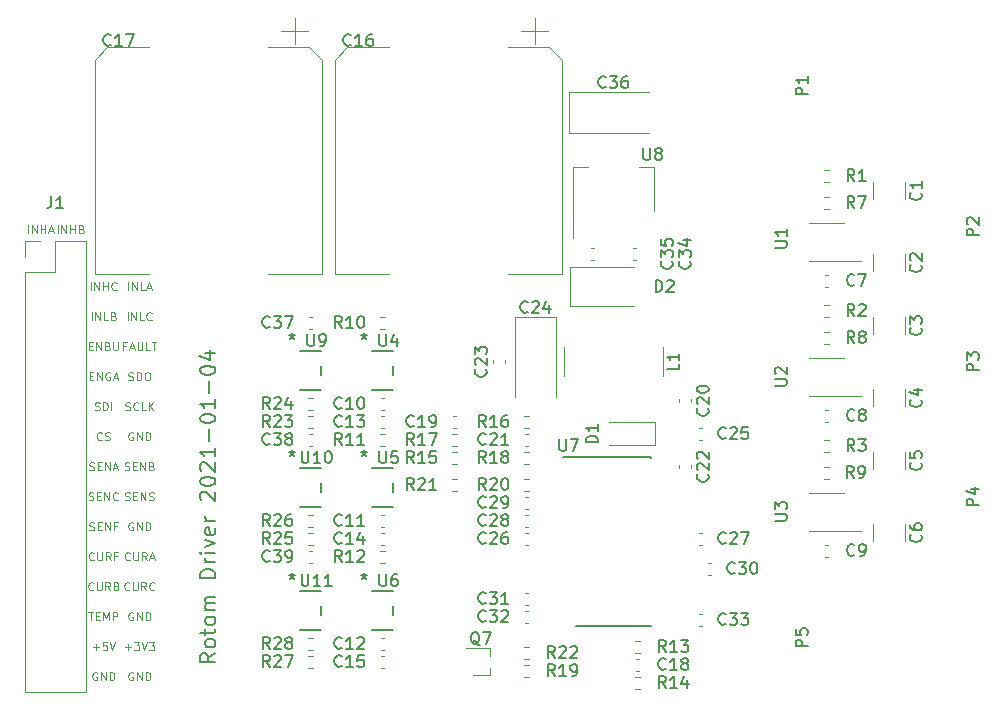
<source format=gto>
%TF.GenerationSoftware,KiCad,Pcbnew,(5.1.7-0-10_14)*%
%TF.CreationDate,2021-01-04T14:16:26+09:00*%
%TF.ProjectId,rotomdriver,726f746f-6d64-4726-9976-65722e6b6963,rev?*%
%TF.SameCoordinates,Original*%
%TF.FileFunction,Legend,Top*%
%TF.FilePolarity,Positive*%
%FSLAX46Y46*%
G04 Gerber Fmt 4.6, Leading zero omitted, Abs format (unit mm)*
G04 Created by KiCad (PCBNEW (5.1.7-0-10_14)) date 2021-01-04 14:16:26*
%MOMM*%
%LPD*%
G01*
G04 APERTURE LIST*
%ADD10C,0.120000*%
%ADD11C,0.200000*%
%ADD12C,0.152400*%
%ADD13C,0.150000*%
G04 APERTURE END LIST*
D10*
X9626666Y-55022000D02*
X9560000Y-54988666D01*
X9460000Y-54988666D01*
X9360000Y-55022000D01*
X9293333Y-55088666D01*
X9260000Y-55155333D01*
X9226666Y-55288666D01*
X9226666Y-55388666D01*
X9260000Y-55522000D01*
X9293333Y-55588666D01*
X9360000Y-55655333D01*
X9460000Y-55688666D01*
X9526666Y-55688666D01*
X9626666Y-55655333D01*
X9660000Y-55622000D01*
X9660000Y-55388666D01*
X9526666Y-55388666D01*
X9960000Y-55688666D02*
X9960000Y-54988666D01*
X10360000Y-55688666D01*
X10360000Y-54988666D01*
X10693333Y-55688666D02*
X10693333Y-54988666D01*
X10860000Y-54988666D01*
X10960000Y-55022000D01*
X11026666Y-55088666D01*
X11060000Y-55155333D01*
X11093333Y-55288666D01*
X11093333Y-55388666D01*
X11060000Y-55522000D01*
X11026666Y-55588666D01*
X10960000Y-55655333D01*
X10860000Y-55688666D01*
X10693333Y-55688666D01*
X6578666Y-55022000D02*
X6512000Y-54988666D01*
X6412000Y-54988666D01*
X6312000Y-55022000D01*
X6245333Y-55088666D01*
X6212000Y-55155333D01*
X6178666Y-55288666D01*
X6178666Y-55388666D01*
X6212000Y-55522000D01*
X6245333Y-55588666D01*
X6312000Y-55655333D01*
X6412000Y-55688666D01*
X6478666Y-55688666D01*
X6578666Y-55655333D01*
X6612000Y-55622000D01*
X6612000Y-55388666D01*
X6478666Y-55388666D01*
X6912000Y-55688666D02*
X6912000Y-54988666D01*
X7312000Y-55688666D01*
X7312000Y-54988666D01*
X7645333Y-55688666D02*
X7645333Y-54988666D01*
X7812000Y-54988666D01*
X7912000Y-55022000D01*
X7978666Y-55088666D01*
X8012000Y-55155333D01*
X8045333Y-55288666D01*
X8045333Y-55388666D01*
X8012000Y-55522000D01*
X7978666Y-55588666D01*
X7912000Y-55655333D01*
X7812000Y-55688666D01*
X7645333Y-55688666D01*
X8926666Y-52882000D02*
X9460000Y-52882000D01*
X9193333Y-53148666D02*
X9193333Y-52615333D01*
X9726666Y-52448666D02*
X10160000Y-52448666D01*
X9926666Y-52715333D01*
X10026666Y-52715333D01*
X10093333Y-52748666D01*
X10126666Y-52782000D01*
X10160000Y-52848666D01*
X10160000Y-53015333D01*
X10126666Y-53082000D01*
X10093333Y-53115333D01*
X10026666Y-53148666D01*
X9826666Y-53148666D01*
X9760000Y-53115333D01*
X9726666Y-53082000D01*
X10360000Y-52448666D02*
X10593333Y-53148666D01*
X10826666Y-52448666D01*
X10993333Y-52448666D02*
X11426666Y-52448666D01*
X11193333Y-52715333D01*
X11293333Y-52715333D01*
X11360000Y-52748666D01*
X11393333Y-52782000D01*
X11426666Y-52848666D01*
X11426666Y-53015333D01*
X11393333Y-53082000D01*
X11360000Y-53115333D01*
X11293333Y-53148666D01*
X11093333Y-53148666D01*
X11026666Y-53115333D01*
X10993333Y-53082000D01*
X6212000Y-52882000D02*
X6745333Y-52882000D01*
X6478666Y-53148666D02*
X6478666Y-52615333D01*
X7412000Y-52448666D02*
X7078666Y-52448666D01*
X7045333Y-52782000D01*
X7078666Y-52748666D01*
X7145333Y-52715333D01*
X7312000Y-52715333D01*
X7378666Y-52748666D01*
X7412000Y-52782000D01*
X7445333Y-52848666D01*
X7445333Y-53015333D01*
X7412000Y-53082000D01*
X7378666Y-53115333D01*
X7312000Y-53148666D01*
X7145333Y-53148666D01*
X7078666Y-53115333D01*
X7045333Y-53082000D01*
X7645333Y-52448666D02*
X7878666Y-53148666D01*
X8112000Y-52448666D01*
X9626666Y-49942000D02*
X9560000Y-49908666D01*
X9460000Y-49908666D01*
X9360000Y-49942000D01*
X9293333Y-50008666D01*
X9260000Y-50075333D01*
X9226666Y-50208666D01*
X9226666Y-50308666D01*
X9260000Y-50442000D01*
X9293333Y-50508666D01*
X9360000Y-50575333D01*
X9460000Y-50608666D01*
X9526666Y-50608666D01*
X9626666Y-50575333D01*
X9660000Y-50542000D01*
X9660000Y-50308666D01*
X9526666Y-50308666D01*
X9960000Y-50608666D02*
X9960000Y-49908666D01*
X10360000Y-50608666D01*
X10360000Y-49908666D01*
X10693333Y-50608666D02*
X10693333Y-49908666D01*
X10860000Y-49908666D01*
X10960000Y-49942000D01*
X11026666Y-50008666D01*
X11060000Y-50075333D01*
X11093333Y-50208666D01*
X11093333Y-50308666D01*
X11060000Y-50442000D01*
X11026666Y-50508666D01*
X10960000Y-50575333D01*
X10860000Y-50608666D01*
X10693333Y-50608666D01*
X5845333Y-49908666D02*
X6245333Y-49908666D01*
X6045333Y-50608666D02*
X6045333Y-49908666D01*
X6478666Y-50242000D02*
X6712000Y-50242000D01*
X6812000Y-50608666D02*
X6478666Y-50608666D01*
X6478666Y-49908666D01*
X6812000Y-49908666D01*
X7112000Y-50608666D02*
X7112000Y-49908666D01*
X7345333Y-50408666D01*
X7578666Y-49908666D01*
X7578666Y-50608666D01*
X7912000Y-50608666D02*
X7912000Y-49908666D01*
X8178666Y-49908666D01*
X8245333Y-49942000D01*
X8278666Y-49975333D01*
X8312000Y-50042000D01*
X8312000Y-50142000D01*
X8278666Y-50208666D01*
X8245333Y-50242000D01*
X8178666Y-50275333D01*
X7912000Y-50275333D01*
X9310000Y-48002000D02*
X9276666Y-48035333D01*
X9176666Y-48068666D01*
X9110000Y-48068666D01*
X9010000Y-48035333D01*
X8943333Y-47968666D01*
X8910000Y-47902000D01*
X8876666Y-47768666D01*
X8876666Y-47668666D01*
X8910000Y-47535333D01*
X8943333Y-47468666D01*
X9010000Y-47402000D01*
X9110000Y-47368666D01*
X9176666Y-47368666D01*
X9276666Y-47402000D01*
X9310000Y-47435333D01*
X9610000Y-47368666D02*
X9610000Y-47935333D01*
X9643333Y-48002000D01*
X9676666Y-48035333D01*
X9743333Y-48068666D01*
X9876666Y-48068666D01*
X9943333Y-48035333D01*
X9976666Y-48002000D01*
X10010000Y-47935333D01*
X10010000Y-47368666D01*
X10743333Y-48068666D02*
X10510000Y-47735333D01*
X10343333Y-48068666D02*
X10343333Y-47368666D01*
X10610000Y-47368666D01*
X10676666Y-47402000D01*
X10710000Y-47435333D01*
X10743333Y-47502000D01*
X10743333Y-47602000D01*
X10710000Y-47668666D01*
X10676666Y-47702000D01*
X10610000Y-47735333D01*
X10343333Y-47735333D01*
X11443333Y-48002000D02*
X11410000Y-48035333D01*
X11310000Y-48068666D01*
X11243333Y-48068666D01*
X11143333Y-48035333D01*
X11076666Y-47968666D01*
X11043333Y-47902000D01*
X11010000Y-47768666D01*
X11010000Y-47668666D01*
X11043333Y-47535333D01*
X11076666Y-47468666D01*
X11143333Y-47402000D01*
X11243333Y-47368666D01*
X11310000Y-47368666D01*
X11410000Y-47402000D01*
X11443333Y-47435333D01*
X6262000Y-48002000D02*
X6228666Y-48035333D01*
X6128666Y-48068666D01*
X6062000Y-48068666D01*
X5962000Y-48035333D01*
X5895333Y-47968666D01*
X5862000Y-47902000D01*
X5828666Y-47768666D01*
X5828666Y-47668666D01*
X5862000Y-47535333D01*
X5895333Y-47468666D01*
X5962000Y-47402000D01*
X6062000Y-47368666D01*
X6128666Y-47368666D01*
X6228666Y-47402000D01*
X6262000Y-47435333D01*
X6562000Y-47368666D02*
X6562000Y-47935333D01*
X6595333Y-48002000D01*
X6628666Y-48035333D01*
X6695333Y-48068666D01*
X6828666Y-48068666D01*
X6895333Y-48035333D01*
X6928666Y-48002000D01*
X6962000Y-47935333D01*
X6962000Y-47368666D01*
X7695333Y-48068666D02*
X7462000Y-47735333D01*
X7295333Y-48068666D02*
X7295333Y-47368666D01*
X7562000Y-47368666D01*
X7628666Y-47402000D01*
X7662000Y-47435333D01*
X7695333Y-47502000D01*
X7695333Y-47602000D01*
X7662000Y-47668666D01*
X7628666Y-47702000D01*
X7562000Y-47735333D01*
X7295333Y-47735333D01*
X8228666Y-47702000D02*
X8328666Y-47735333D01*
X8362000Y-47768666D01*
X8395333Y-47835333D01*
X8395333Y-47935333D01*
X8362000Y-48002000D01*
X8328666Y-48035333D01*
X8262000Y-48068666D01*
X7995333Y-48068666D01*
X7995333Y-47368666D01*
X8228666Y-47368666D01*
X8295333Y-47402000D01*
X8328666Y-47435333D01*
X8362000Y-47502000D01*
X8362000Y-47568666D01*
X8328666Y-47635333D01*
X8295333Y-47668666D01*
X8228666Y-47702000D01*
X7995333Y-47702000D01*
X9360000Y-45462000D02*
X9326666Y-45495333D01*
X9226666Y-45528666D01*
X9160000Y-45528666D01*
X9060000Y-45495333D01*
X8993333Y-45428666D01*
X8960000Y-45362000D01*
X8926666Y-45228666D01*
X8926666Y-45128666D01*
X8960000Y-44995333D01*
X8993333Y-44928666D01*
X9060000Y-44862000D01*
X9160000Y-44828666D01*
X9226666Y-44828666D01*
X9326666Y-44862000D01*
X9360000Y-44895333D01*
X9660000Y-44828666D02*
X9660000Y-45395333D01*
X9693333Y-45462000D01*
X9726666Y-45495333D01*
X9793333Y-45528666D01*
X9926666Y-45528666D01*
X9993333Y-45495333D01*
X10026666Y-45462000D01*
X10060000Y-45395333D01*
X10060000Y-44828666D01*
X10793333Y-45528666D02*
X10560000Y-45195333D01*
X10393333Y-45528666D02*
X10393333Y-44828666D01*
X10660000Y-44828666D01*
X10726666Y-44862000D01*
X10760000Y-44895333D01*
X10793333Y-44962000D01*
X10793333Y-45062000D01*
X10760000Y-45128666D01*
X10726666Y-45162000D01*
X10660000Y-45195333D01*
X10393333Y-45195333D01*
X11060000Y-45328666D02*
X11393333Y-45328666D01*
X10993333Y-45528666D02*
X11226666Y-44828666D01*
X11460000Y-45528666D01*
X6312000Y-45462000D02*
X6278666Y-45495333D01*
X6178666Y-45528666D01*
X6112000Y-45528666D01*
X6012000Y-45495333D01*
X5945333Y-45428666D01*
X5912000Y-45362000D01*
X5878666Y-45228666D01*
X5878666Y-45128666D01*
X5912000Y-44995333D01*
X5945333Y-44928666D01*
X6012000Y-44862000D01*
X6112000Y-44828666D01*
X6178666Y-44828666D01*
X6278666Y-44862000D01*
X6312000Y-44895333D01*
X6612000Y-44828666D02*
X6612000Y-45395333D01*
X6645333Y-45462000D01*
X6678666Y-45495333D01*
X6745333Y-45528666D01*
X6878666Y-45528666D01*
X6945333Y-45495333D01*
X6978666Y-45462000D01*
X7012000Y-45395333D01*
X7012000Y-44828666D01*
X7745333Y-45528666D02*
X7512000Y-45195333D01*
X7345333Y-45528666D02*
X7345333Y-44828666D01*
X7612000Y-44828666D01*
X7678666Y-44862000D01*
X7712000Y-44895333D01*
X7745333Y-44962000D01*
X7745333Y-45062000D01*
X7712000Y-45128666D01*
X7678666Y-45162000D01*
X7612000Y-45195333D01*
X7345333Y-45195333D01*
X8278666Y-45162000D02*
X8045333Y-45162000D01*
X8045333Y-45528666D02*
X8045333Y-44828666D01*
X8378666Y-44828666D01*
X9626666Y-42322000D02*
X9560000Y-42288666D01*
X9460000Y-42288666D01*
X9360000Y-42322000D01*
X9293333Y-42388666D01*
X9260000Y-42455333D01*
X9226666Y-42588666D01*
X9226666Y-42688666D01*
X9260000Y-42822000D01*
X9293333Y-42888666D01*
X9360000Y-42955333D01*
X9460000Y-42988666D01*
X9526666Y-42988666D01*
X9626666Y-42955333D01*
X9660000Y-42922000D01*
X9660000Y-42688666D01*
X9526666Y-42688666D01*
X9960000Y-42988666D02*
X9960000Y-42288666D01*
X10360000Y-42988666D01*
X10360000Y-42288666D01*
X10693333Y-42988666D02*
X10693333Y-42288666D01*
X10860000Y-42288666D01*
X10960000Y-42322000D01*
X11026666Y-42388666D01*
X11060000Y-42455333D01*
X11093333Y-42588666D01*
X11093333Y-42688666D01*
X11060000Y-42822000D01*
X11026666Y-42888666D01*
X10960000Y-42955333D01*
X10860000Y-42988666D01*
X10693333Y-42988666D01*
X5928666Y-42955333D02*
X6028666Y-42988666D01*
X6195333Y-42988666D01*
X6262000Y-42955333D01*
X6295333Y-42922000D01*
X6328666Y-42855333D01*
X6328666Y-42788666D01*
X6295333Y-42722000D01*
X6262000Y-42688666D01*
X6195333Y-42655333D01*
X6062000Y-42622000D01*
X5995333Y-42588666D01*
X5962000Y-42555333D01*
X5928666Y-42488666D01*
X5928666Y-42422000D01*
X5962000Y-42355333D01*
X5995333Y-42322000D01*
X6062000Y-42288666D01*
X6228666Y-42288666D01*
X6328666Y-42322000D01*
X6628666Y-42622000D02*
X6862000Y-42622000D01*
X6962000Y-42988666D02*
X6628666Y-42988666D01*
X6628666Y-42288666D01*
X6962000Y-42288666D01*
X7262000Y-42988666D02*
X7262000Y-42288666D01*
X7662000Y-42988666D01*
X7662000Y-42288666D01*
X8228666Y-42622000D02*
X7995333Y-42622000D01*
X7995333Y-42988666D02*
X7995333Y-42288666D01*
X8328666Y-42288666D01*
X8943333Y-40415333D02*
X9043333Y-40448666D01*
X9210000Y-40448666D01*
X9276666Y-40415333D01*
X9310000Y-40382000D01*
X9343333Y-40315333D01*
X9343333Y-40248666D01*
X9310000Y-40182000D01*
X9276666Y-40148666D01*
X9210000Y-40115333D01*
X9076666Y-40082000D01*
X9010000Y-40048666D01*
X8976666Y-40015333D01*
X8943333Y-39948666D01*
X8943333Y-39882000D01*
X8976666Y-39815333D01*
X9010000Y-39782000D01*
X9076666Y-39748666D01*
X9243333Y-39748666D01*
X9343333Y-39782000D01*
X9643333Y-40082000D02*
X9876666Y-40082000D01*
X9976666Y-40448666D02*
X9643333Y-40448666D01*
X9643333Y-39748666D01*
X9976666Y-39748666D01*
X10276666Y-40448666D02*
X10276666Y-39748666D01*
X10676666Y-40448666D01*
X10676666Y-39748666D01*
X10976666Y-40415333D02*
X11076666Y-40448666D01*
X11243333Y-40448666D01*
X11310000Y-40415333D01*
X11343333Y-40382000D01*
X11376666Y-40315333D01*
X11376666Y-40248666D01*
X11343333Y-40182000D01*
X11310000Y-40148666D01*
X11243333Y-40115333D01*
X11110000Y-40082000D01*
X11043333Y-40048666D01*
X11010000Y-40015333D01*
X10976666Y-39948666D01*
X10976666Y-39882000D01*
X11010000Y-39815333D01*
X11043333Y-39782000D01*
X11110000Y-39748666D01*
X11276666Y-39748666D01*
X11376666Y-39782000D01*
X5878666Y-40415333D02*
X5978666Y-40448666D01*
X6145333Y-40448666D01*
X6212000Y-40415333D01*
X6245333Y-40382000D01*
X6278666Y-40315333D01*
X6278666Y-40248666D01*
X6245333Y-40182000D01*
X6212000Y-40148666D01*
X6145333Y-40115333D01*
X6012000Y-40082000D01*
X5945333Y-40048666D01*
X5912000Y-40015333D01*
X5878666Y-39948666D01*
X5878666Y-39882000D01*
X5912000Y-39815333D01*
X5945333Y-39782000D01*
X6012000Y-39748666D01*
X6178666Y-39748666D01*
X6278666Y-39782000D01*
X6578666Y-40082000D02*
X6812000Y-40082000D01*
X6912000Y-40448666D02*
X6578666Y-40448666D01*
X6578666Y-39748666D01*
X6912000Y-39748666D01*
X7212000Y-40448666D02*
X7212000Y-39748666D01*
X7612000Y-40448666D01*
X7612000Y-39748666D01*
X8345333Y-40382000D02*
X8312000Y-40415333D01*
X8212000Y-40448666D01*
X8145333Y-40448666D01*
X8045333Y-40415333D01*
X7978666Y-40348666D01*
X7945333Y-40282000D01*
X7912000Y-40148666D01*
X7912000Y-40048666D01*
X7945333Y-39915333D01*
X7978666Y-39848666D01*
X8045333Y-39782000D01*
X8145333Y-39748666D01*
X8212000Y-39748666D01*
X8312000Y-39782000D01*
X8345333Y-39815333D01*
X8926666Y-37875333D02*
X9026666Y-37908666D01*
X9193333Y-37908666D01*
X9260000Y-37875333D01*
X9293333Y-37842000D01*
X9326666Y-37775333D01*
X9326666Y-37708666D01*
X9293333Y-37642000D01*
X9260000Y-37608666D01*
X9193333Y-37575333D01*
X9060000Y-37542000D01*
X8993333Y-37508666D01*
X8960000Y-37475333D01*
X8926666Y-37408666D01*
X8926666Y-37342000D01*
X8960000Y-37275333D01*
X8993333Y-37242000D01*
X9060000Y-37208666D01*
X9226666Y-37208666D01*
X9326666Y-37242000D01*
X9626666Y-37542000D02*
X9860000Y-37542000D01*
X9960000Y-37908666D02*
X9626666Y-37908666D01*
X9626666Y-37208666D01*
X9960000Y-37208666D01*
X10260000Y-37908666D02*
X10260000Y-37208666D01*
X10660000Y-37908666D01*
X10660000Y-37208666D01*
X11226666Y-37542000D02*
X11326666Y-37575333D01*
X11360000Y-37608666D01*
X11393333Y-37675333D01*
X11393333Y-37775333D01*
X11360000Y-37842000D01*
X11326666Y-37875333D01*
X11260000Y-37908666D01*
X10993333Y-37908666D01*
X10993333Y-37208666D01*
X11226666Y-37208666D01*
X11293333Y-37242000D01*
X11326666Y-37275333D01*
X11360000Y-37342000D01*
X11360000Y-37408666D01*
X11326666Y-37475333D01*
X11293333Y-37508666D01*
X11226666Y-37542000D01*
X10993333Y-37542000D01*
X5928666Y-37875333D02*
X6028666Y-37908666D01*
X6195333Y-37908666D01*
X6262000Y-37875333D01*
X6295333Y-37842000D01*
X6328666Y-37775333D01*
X6328666Y-37708666D01*
X6295333Y-37642000D01*
X6262000Y-37608666D01*
X6195333Y-37575333D01*
X6062000Y-37542000D01*
X5995333Y-37508666D01*
X5962000Y-37475333D01*
X5928666Y-37408666D01*
X5928666Y-37342000D01*
X5962000Y-37275333D01*
X5995333Y-37242000D01*
X6062000Y-37208666D01*
X6228666Y-37208666D01*
X6328666Y-37242000D01*
X6628666Y-37542000D02*
X6862000Y-37542000D01*
X6962000Y-37908666D02*
X6628666Y-37908666D01*
X6628666Y-37208666D01*
X6962000Y-37208666D01*
X7262000Y-37908666D02*
X7262000Y-37208666D01*
X7662000Y-37908666D01*
X7662000Y-37208666D01*
X7962000Y-37708666D02*
X8295333Y-37708666D01*
X7895333Y-37908666D02*
X8128666Y-37208666D01*
X8362000Y-37908666D01*
X9626666Y-34702000D02*
X9560000Y-34668666D01*
X9460000Y-34668666D01*
X9360000Y-34702000D01*
X9293333Y-34768666D01*
X9260000Y-34835333D01*
X9226666Y-34968666D01*
X9226666Y-35068666D01*
X9260000Y-35202000D01*
X9293333Y-35268666D01*
X9360000Y-35335333D01*
X9460000Y-35368666D01*
X9526666Y-35368666D01*
X9626666Y-35335333D01*
X9660000Y-35302000D01*
X9660000Y-35068666D01*
X9526666Y-35068666D01*
X9960000Y-35368666D02*
X9960000Y-34668666D01*
X10360000Y-35368666D01*
X10360000Y-34668666D01*
X10693333Y-35368666D02*
X10693333Y-34668666D01*
X10860000Y-34668666D01*
X10960000Y-34702000D01*
X11026666Y-34768666D01*
X11060000Y-34835333D01*
X11093333Y-34968666D01*
X11093333Y-35068666D01*
X11060000Y-35202000D01*
X11026666Y-35268666D01*
X10960000Y-35335333D01*
X10860000Y-35368666D01*
X10693333Y-35368666D01*
X6995333Y-35302000D02*
X6962000Y-35335333D01*
X6862000Y-35368666D01*
X6795333Y-35368666D01*
X6695333Y-35335333D01*
X6628666Y-35268666D01*
X6595333Y-35202000D01*
X6562000Y-35068666D01*
X6562000Y-34968666D01*
X6595333Y-34835333D01*
X6628666Y-34768666D01*
X6695333Y-34702000D01*
X6795333Y-34668666D01*
X6862000Y-34668666D01*
X6962000Y-34702000D01*
X6995333Y-34735333D01*
X7262000Y-35335333D02*
X7362000Y-35368666D01*
X7528666Y-35368666D01*
X7595333Y-35335333D01*
X7628666Y-35302000D01*
X7662000Y-35235333D01*
X7662000Y-35168666D01*
X7628666Y-35102000D01*
X7595333Y-35068666D01*
X7528666Y-35035333D01*
X7395333Y-35002000D01*
X7328666Y-34968666D01*
X7295333Y-34935333D01*
X7262000Y-34868666D01*
X7262000Y-34802000D01*
X7295333Y-34735333D01*
X7328666Y-34702000D01*
X7395333Y-34668666D01*
X7562000Y-34668666D01*
X7662000Y-34702000D01*
X8976666Y-32795333D02*
X9076666Y-32828666D01*
X9243333Y-32828666D01*
X9310000Y-32795333D01*
X9343333Y-32762000D01*
X9376666Y-32695333D01*
X9376666Y-32628666D01*
X9343333Y-32562000D01*
X9310000Y-32528666D01*
X9243333Y-32495333D01*
X9110000Y-32462000D01*
X9043333Y-32428666D01*
X9010000Y-32395333D01*
X8976666Y-32328666D01*
X8976666Y-32262000D01*
X9010000Y-32195333D01*
X9043333Y-32162000D01*
X9110000Y-32128666D01*
X9276666Y-32128666D01*
X9376666Y-32162000D01*
X10076666Y-32762000D02*
X10043333Y-32795333D01*
X9943333Y-32828666D01*
X9876666Y-32828666D01*
X9776666Y-32795333D01*
X9710000Y-32728666D01*
X9676666Y-32662000D01*
X9643333Y-32528666D01*
X9643333Y-32428666D01*
X9676666Y-32295333D01*
X9710000Y-32228666D01*
X9776666Y-32162000D01*
X9876666Y-32128666D01*
X9943333Y-32128666D01*
X10043333Y-32162000D01*
X10076666Y-32195333D01*
X10710000Y-32828666D02*
X10376666Y-32828666D01*
X10376666Y-32128666D01*
X10943333Y-32828666D02*
X10943333Y-32128666D01*
X11343333Y-32828666D02*
X11043333Y-32428666D01*
X11343333Y-32128666D02*
X10943333Y-32528666D01*
X6395333Y-32795333D02*
X6495333Y-32828666D01*
X6662000Y-32828666D01*
X6728666Y-32795333D01*
X6762000Y-32762000D01*
X6795333Y-32695333D01*
X6795333Y-32628666D01*
X6762000Y-32562000D01*
X6728666Y-32528666D01*
X6662000Y-32495333D01*
X6528666Y-32462000D01*
X6462000Y-32428666D01*
X6428666Y-32395333D01*
X6395333Y-32328666D01*
X6395333Y-32262000D01*
X6428666Y-32195333D01*
X6462000Y-32162000D01*
X6528666Y-32128666D01*
X6695333Y-32128666D01*
X6795333Y-32162000D01*
X7095333Y-32828666D02*
X7095333Y-32128666D01*
X7262000Y-32128666D01*
X7362000Y-32162000D01*
X7428666Y-32228666D01*
X7462000Y-32295333D01*
X7495333Y-32428666D01*
X7495333Y-32528666D01*
X7462000Y-32662000D01*
X7428666Y-32728666D01*
X7362000Y-32795333D01*
X7262000Y-32828666D01*
X7095333Y-32828666D01*
X7795333Y-32828666D02*
X7795333Y-32128666D01*
X9243333Y-30255333D02*
X9343333Y-30288666D01*
X9510000Y-30288666D01*
X9576666Y-30255333D01*
X9610000Y-30222000D01*
X9643333Y-30155333D01*
X9643333Y-30088666D01*
X9610000Y-30022000D01*
X9576666Y-29988666D01*
X9510000Y-29955333D01*
X9376666Y-29922000D01*
X9310000Y-29888666D01*
X9276666Y-29855333D01*
X9243333Y-29788666D01*
X9243333Y-29722000D01*
X9276666Y-29655333D01*
X9310000Y-29622000D01*
X9376666Y-29588666D01*
X9543333Y-29588666D01*
X9643333Y-29622000D01*
X9943333Y-30288666D02*
X9943333Y-29588666D01*
X10110000Y-29588666D01*
X10210000Y-29622000D01*
X10276666Y-29688666D01*
X10310000Y-29755333D01*
X10343333Y-29888666D01*
X10343333Y-29988666D01*
X10310000Y-30122000D01*
X10276666Y-30188666D01*
X10210000Y-30255333D01*
X10110000Y-30288666D01*
X9943333Y-30288666D01*
X10776666Y-29588666D02*
X10910000Y-29588666D01*
X10976666Y-29622000D01*
X11043333Y-29688666D01*
X11076666Y-29822000D01*
X11076666Y-30055333D01*
X11043333Y-30188666D01*
X10976666Y-30255333D01*
X10910000Y-30288666D01*
X10776666Y-30288666D01*
X10710000Y-30255333D01*
X10643333Y-30188666D01*
X10610000Y-30055333D01*
X10610000Y-29822000D01*
X10643333Y-29688666D01*
X10710000Y-29622000D01*
X10776666Y-29588666D01*
X5945333Y-29922000D02*
X6178666Y-29922000D01*
X6278666Y-30288666D02*
X5945333Y-30288666D01*
X5945333Y-29588666D01*
X6278666Y-29588666D01*
X6578666Y-30288666D02*
X6578666Y-29588666D01*
X6978666Y-30288666D01*
X6978666Y-29588666D01*
X7678666Y-29622000D02*
X7612000Y-29588666D01*
X7512000Y-29588666D01*
X7412000Y-29622000D01*
X7345333Y-29688666D01*
X7312000Y-29755333D01*
X7278666Y-29888666D01*
X7278666Y-29988666D01*
X7312000Y-30122000D01*
X7345333Y-30188666D01*
X7412000Y-30255333D01*
X7512000Y-30288666D01*
X7578666Y-30288666D01*
X7678666Y-30255333D01*
X7712000Y-30222000D01*
X7712000Y-29988666D01*
X7578666Y-29988666D01*
X7978666Y-30088666D02*
X8312000Y-30088666D01*
X7912000Y-30288666D02*
X8145333Y-29588666D01*
X8378666Y-30288666D01*
X9043333Y-27382000D02*
X8810000Y-27382000D01*
X8810000Y-27748666D02*
X8810000Y-27048666D01*
X9143333Y-27048666D01*
X9376666Y-27548666D02*
X9710000Y-27548666D01*
X9310000Y-27748666D02*
X9543333Y-27048666D01*
X9776666Y-27748666D01*
X10010000Y-27048666D02*
X10010000Y-27615333D01*
X10043333Y-27682000D01*
X10076666Y-27715333D01*
X10143333Y-27748666D01*
X10276666Y-27748666D01*
X10343333Y-27715333D01*
X10376666Y-27682000D01*
X10410000Y-27615333D01*
X10410000Y-27048666D01*
X11076666Y-27748666D02*
X10743333Y-27748666D01*
X10743333Y-27048666D01*
X11210000Y-27048666D02*
X11610000Y-27048666D01*
X11410000Y-27748666D02*
X11410000Y-27048666D01*
X5878666Y-27382000D02*
X6112000Y-27382000D01*
X6212000Y-27748666D02*
X5878666Y-27748666D01*
X5878666Y-27048666D01*
X6212000Y-27048666D01*
X6512000Y-27748666D02*
X6512000Y-27048666D01*
X6912000Y-27748666D01*
X6912000Y-27048666D01*
X7478666Y-27382000D02*
X7578666Y-27415333D01*
X7612000Y-27448666D01*
X7645333Y-27515333D01*
X7645333Y-27615333D01*
X7612000Y-27682000D01*
X7578666Y-27715333D01*
X7512000Y-27748666D01*
X7245333Y-27748666D01*
X7245333Y-27048666D01*
X7478666Y-27048666D01*
X7545333Y-27082000D01*
X7578666Y-27115333D01*
X7612000Y-27182000D01*
X7612000Y-27248666D01*
X7578666Y-27315333D01*
X7545333Y-27348666D01*
X7478666Y-27382000D01*
X7245333Y-27382000D01*
X7945333Y-27048666D02*
X7945333Y-27615333D01*
X7978666Y-27682000D01*
X8012000Y-27715333D01*
X8078666Y-27748666D01*
X8212000Y-27748666D01*
X8278666Y-27715333D01*
X8312000Y-27682000D01*
X8345333Y-27615333D01*
X8345333Y-27048666D01*
X9160000Y-25208666D02*
X9160000Y-24508666D01*
X9493333Y-25208666D02*
X9493333Y-24508666D01*
X9893333Y-25208666D01*
X9893333Y-24508666D01*
X10560000Y-25208666D02*
X10226666Y-25208666D01*
X10226666Y-24508666D01*
X11193333Y-25142000D02*
X11160000Y-25175333D01*
X11060000Y-25208666D01*
X10993333Y-25208666D01*
X10893333Y-25175333D01*
X10826666Y-25108666D01*
X10793333Y-25042000D01*
X10760000Y-24908666D01*
X10760000Y-24808666D01*
X10793333Y-24675333D01*
X10826666Y-24608666D01*
X10893333Y-24542000D01*
X10993333Y-24508666D01*
X11060000Y-24508666D01*
X11160000Y-24542000D01*
X11193333Y-24575333D01*
X6112000Y-25208666D02*
X6112000Y-24508666D01*
X6445333Y-25208666D02*
X6445333Y-24508666D01*
X6845333Y-25208666D01*
X6845333Y-24508666D01*
X7512000Y-25208666D02*
X7178666Y-25208666D01*
X7178666Y-24508666D01*
X7978666Y-24842000D02*
X8078666Y-24875333D01*
X8112000Y-24908666D01*
X8145333Y-24975333D01*
X8145333Y-25075333D01*
X8112000Y-25142000D01*
X8078666Y-25175333D01*
X8012000Y-25208666D01*
X7745333Y-25208666D01*
X7745333Y-24508666D01*
X7978666Y-24508666D01*
X8045333Y-24542000D01*
X8078666Y-24575333D01*
X8112000Y-24642000D01*
X8112000Y-24708666D01*
X8078666Y-24775333D01*
X8045333Y-24808666D01*
X7978666Y-24842000D01*
X7745333Y-24842000D01*
X9210000Y-22668666D02*
X9210000Y-21968666D01*
X9543333Y-22668666D02*
X9543333Y-21968666D01*
X9943333Y-22668666D01*
X9943333Y-21968666D01*
X10610000Y-22668666D02*
X10276666Y-22668666D01*
X10276666Y-21968666D01*
X10810000Y-22468666D02*
X11143333Y-22468666D01*
X10743333Y-22668666D02*
X10976666Y-21968666D01*
X11210000Y-22668666D01*
X6028666Y-22668666D02*
X6028666Y-21968666D01*
X6362000Y-22668666D02*
X6362000Y-21968666D01*
X6762000Y-22668666D01*
X6762000Y-21968666D01*
X7095333Y-22668666D02*
X7095333Y-21968666D01*
X7095333Y-22302000D02*
X7495333Y-22302000D01*
X7495333Y-22668666D02*
X7495333Y-21968666D01*
X8228666Y-22602000D02*
X8195333Y-22635333D01*
X8095333Y-22668666D01*
X8028666Y-22668666D01*
X7928666Y-22635333D01*
X7862000Y-22568666D01*
X7828666Y-22502000D01*
X7795333Y-22368666D01*
X7795333Y-22268666D01*
X7828666Y-22135333D01*
X7862000Y-22068666D01*
X7928666Y-22002000D01*
X8028666Y-21968666D01*
X8095333Y-21968666D01*
X8195333Y-22002000D01*
X8228666Y-22035333D01*
X3234666Y-17842666D02*
X3234666Y-17142666D01*
X3568000Y-17842666D02*
X3568000Y-17142666D01*
X3968000Y-17842666D01*
X3968000Y-17142666D01*
X4301333Y-17842666D02*
X4301333Y-17142666D01*
X4301333Y-17476000D02*
X4701333Y-17476000D01*
X4701333Y-17842666D02*
X4701333Y-17142666D01*
X5268000Y-17476000D02*
X5368000Y-17509333D01*
X5401333Y-17542666D01*
X5434666Y-17609333D01*
X5434666Y-17709333D01*
X5401333Y-17776000D01*
X5368000Y-17809333D01*
X5301333Y-17842666D01*
X5034666Y-17842666D01*
X5034666Y-17142666D01*
X5268000Y-17142666D01*
X5334666Y-17176000D01*
X5368000Y-17209333D01*
X5401333Y-17276000D01*
X5401333Y-17342666D01*
X5368000Y-17409333D01*
X5334666Y-17442666D01*
X5268000Y-17476000D01*
X5034666Y-17476000D01*
X744666Y-17842666D02*
X744666Y-17142666D01*
X1078000Y-17842666D02*
X1078000Y-17142666D01*
X1478000Y-17842666D01*
X1478000Y-17142666D01*
X1811333Y-17842666D02*
X1811333Y-17142666D01*
X1811333Y-17476000D02*
X2211333Y-17476000D01*
X2211333Y-17842666D02*
X2211333Y-17142666D01*
X2511333Y-17642666D02*
X2844666Y-17642666D01*
X2444666Y-17842666D02*
X2678000Y-17142666D01*
X2911333Y-17842666D01*
D11*
X16588095Y-53380952D02*
X15969047Y-53814285D01*
X16588095Y-54123809D02*
X15288095Y-54123809D01*
X15288095Y-53628571D01*
X15350000Y-53504761D01*
X15411904Y-53442857D01*
X15535714Y-53380952D01*
X15721428Y-53380952D01*
X15845238Y-53442857D01*
X15907142Y-53504761D01*
X15969047Y-53628571D01*
X15969047Y-54123809D01*
X16588095Y-52638095D02*
X16526190Y-52761904D01*
X16464285Y-52823809D01*
X16340476Y-52885714D01*
X15969047Y-52885714D01*
X15845238Y-52823809D01*
X15783333Y-52761904D01*
X15721428Y-52638095D01*
X15721428Y-52452380D01*
X15783333Y-52328571D01*
X15845238Y-52266666D01*
X15969047Y-52204761D01*
X16340476Y-52204761D01*
X16464285Y-52266666D01*
X16526190Y-52328571D01*
X16588095Y-52452380D01*
X16588095Y-52638095D01*
X15721428Y-51833333D02*
X15721428Y-51338095D01*
X15288095Y-51647619D02*
X16402380Y-51647619D01*
X16526190Y-51585714D01*
X16588095Y-51461904D01*
X16588095Y-51338095D01*
X16588095Y-50719047D02*
X16526190Y-50842857D01*
X16464285Y-50904761D01*
X16340476Y-50966666D01*
X15969047Y-50966666D01*
X15845238Y-50904761D01*
X15783333Y-50842857D01*
X15721428Y-50719047D01*
X15721428Y-50533333D01*
X15783333Y-50409523D01*
X15845238Y-50347619D01*
X15969047Y-50285714D01*
X16340476Y-50285714D01*
X16464285Y-50347619D01*
X16526190Y-50409523D01*
X16588095Y-50533333D01*
X16588095Y-50719047D01*
X16588095Y-49728571D02*
X15721428Y-49728571D01*
X15845238Y-49728571D02*
X15783333Y-49666666D01*
X15721428Y-49542857D01*
X15721428Y-49357142D01*
X15783333Y-49233333D01*
X15907142Y-49171428D01*
X16588095Y-49171428D01*
X15907142Y-49171428D02*
X15783333Y-49109523D01*
X15721428Y-48985714D01*
X15721428Y-48800000D01*
X15783333Y-48676190D01*
X15907142Y-48614285D01*
X16588095Y-48614285D01*
X16588095Y-47004761D02*
X15288095Y-47004761D01*
X15288095Y-46695238D01*
X15350000Y-46509523D01*
X15473809Y-46385714D01*
X15597619Y-46323809D01*
X15845238Y-46261904D01*
X16030952Y-46261904D01*
X16278571Y-46323809D01*
X16402380Y-46385714D01*
X16526190Y-46509523D01*
X16588095Y-46695238D01*
X16588095Y-47004761D01*
X16588095Y-45704761D02*
X15721428Y-45704761D01*
X15969047Y-45704761D02*
X15845238Y-45642857D01*
X15783333Y-45580952D01*
X15721428Y-45457142D01*
X15721428Y-45333333D01*
X16588095Y-44900000D02*
X15721428Y-44900000D01*
X15288095Y-44900000D02*
X15350000Y-44961904D01*
X15411904Y-44900000D01*
X15350000Y-44838095D01*
X15288095Y-44900000D01*
X15411904Y-44900000D01*
X15721428Y-44404761D02*
X16588095Y-44095238D01*
X15721428Y-43785714D01*
X16526190Y-42795238D02*
X16588095Y-42919047D01*
X16588095Y-43166666D01*
X16526190Y-43290476D01*
X16402380Y-43352380D01*
X15907142Y-43352380D01*
X15783333Y-43290476D01*
X15721428Y-43166666D01*
X15721428Y-42919047D01*
X15783333Y-42795238D01*
X15907142Y-42733333D01*
X16030952Y-42733333D01*
X16154761Y-43352380D01*
X16588095Y-42176190D02*
X15721428Y-42176190D01*
X15969047Y-42176190D02*
X15845238Y-42114285D01*
X15783333Y-42052380D01*
X15721428Y-41928571D01*
X15721428Y-41804761D01*
X15411904Y-40442857D02*
X15350000Y-40380952D01*
X15288095Y-40257142D01*
X15288095Y-39947619D01*
X15350000Y-39823809D01*
X15411904Y-39761904D01*
X15535714Y-39700000D01*
X15659523Y-39700000D01*
X15845238Y-39761904D01*
X16588095Y-40504761D01*
X16588095Y-39700000D01*
X15288095Y-38895238D02*
X15288095Y-38771428D01*
X15350000Y-38647619D01*
X15411904Y-38585714D01*
X15535714Y-38523809D01*
X15783333Y-38461904D01*
X16092857Y-38461904D01*
X16340476Y-38523809D01*
X16464285Y-38585714D01*
X16526190Y-38647619D01*
X16588095Y-38771428D01*
X16588095Y-38895238D01*
X16526190Y-39019047D01*
X16464285Y-39080952D01*
X16340476Y-39142857D01*
X16092857Y-39204761D01*
X15783333Y-39204761D01*
X15535714Y-39142857D01*
X15411904Y-39080952D01*
X15350000Y-39019047D01*
X15288095Y-38895238D01*
X15411904Y-37966666D02*
X15350000Y-37904761D01*
X15288095Y-37780952D01*
X15288095Y-37471428D01*
X15350000Y-37347619D01*
X15411904Y-37285714D01*
X15535714Y-37223809D01*
X15659523Y-37223809D01*
X15845238Y-37285714D01*
X16588095Y-38028571D01*
X16588095Y-37223809D01*
X16588095Y-35985714D02*
X16588095Y-36728571D01*
X16588095Y-36357142D02*
X15288095Y-36357142D01*
X15473809Y-36480952D01*
X15597619Y-36604761D01*
X15659523Y-36728571D01*
X16092857Y-35428571D02*
X16092857Y-34438095D01*
X15288095Y-33571428D02*
X15288095Y-33447619D01*
X15350000Y-33323809D01*
X15411904Y-33261904D01*
X15535714Y-33199999D01*
X15783333Y-33138095D01*
X16092857Y-33138095D01*
X16340476Y-33199999D01*
X16464285Y-33261904D01*
X16526190Y-33323809D01*
X16588095Y-33447619D01*
X16588095Y-33571428D01*
X16526190Y-33695238D01*
X16464285Y-33757142D01*
X16340476Y-33819047D01*
X16092857Y-33880952D01*
X15783333Y-33880952D01*
X15535714Y-33819047D01*
X15411904Y-33757142D01*
X15350000Y-33695238D01*
X15288095Y-33571428D01*
X16588095Y-31899999D02*
X16588095Y-32642857D01*
X16588095Y-32271428D02*
X15288095Y-32271428D01*
X15473809Y-32395238D01*
X15597619Y-32519047D01*
X15659523Y-32642857D01*
X16092857Y-31342857D02*
X16092857Y-30352380D01*
X15288095Y-29485714D02*
X15288095Y-29361904D01*
X15350000Y-29238095D01*
X15411904Y-29176190D01*
X15535714Y-29114285D01*
X15783333Y-29052380D01*
X16092857Y-29052380D01*
X16340476Y-29114285D01*
X16464285Y-29176190D01*
X16526190Y-29238095D01*
X16588095Y-29361904D01*
X16588095Y-29485714D01*
X16526190Y-29609523D01*
X16464285Y-29671428D01*
X16340476Y-29733333D01*
X16092857Y-29795238D01*
X15783333Y-29795238D01*
X15535714Y-29733333D01*
X15411904Y-29671428D01*
X15350000Y-29609523D01*
X15288095Y-29485714D01*
X15721428Y-27938095D02*
X16588095Y-27938095D01*
X15226190Y-28247619D02*
X16154761Y-28557142D01*
X16154761Y-27752380D01*
D10*
%TO.C,U3*%
X68326000Y-39792000D02*
X66826000Y-39792000D01*
X68326000Y-39792000D02*
X69826000Y-39792000D01*
X68326000Y-43012000D02*
X66826000Y-43012000D01*
X68326000Y-43012000D02*
X71251000Y-43012000D01*
%TO.C,R9*%
X68563258Y-38622500D02*
X68088742Y-38622500D01*
X68563258Y-37577500D02*
X68088742Y-37577500D01*
%TO.C,R3*%
X68563258Y-36336500D02*
X68088742Y-36336500D01*
X68563258Y-35291500D02*
X68088742Y-35291500D01*
%TO.C,C6*%
X72300000Y-43891252D02*
X72300000Y-42468748D01*
X75020000Y-43891252D02*
X75020000Y-42468748D01*
%TO.C,C5*%
X75020000Y-36372748D02*
X75020000Y-37795252D01*
X72300000Y-36372748D02*
X72300000Y-37795252D01*
%TO.C,C1*%
X75020000Y-13512748D02*
X75020000Y-14935252D01*
X72300000Y-13512748D02*
X72300000Y-14935252D01*
%TO.C,C2*%
X75020000Y-21031252D02*
X75020000Y-19608748D01*
X72300000Y-21031252D02*
X72300000Y-19608748D01*
%TO.C,C3*%
X75020000Y-24942748D02*
X75020000Y-26365252D01*
X72300000Y-24942748D02*
X72300000Y-26365252D01*
%TO.C,C4*%
X75020000Y-32461252D02*
X75020000Y-31038748D01*
X72300000Y-32461252D02*
X72300000Y-31038748D01*
%TO.C,C7*%
X68185420Y-21334000D02*
X68466580Y-21334000D01*
X68185420Y-22354000D02*
X68466580Y-22354000D01*
%TO.C,C8*%
X68185420Y-33784000D02*
X68466580Y-33784000D01*
X68185420Y-32764000D02*
X68466580Y-32764000D01*
%TO.C,C9*%
X68185420Y-45214000D02*
X68466580Y-45214000D01*
X68185420Y-44194000D02*
X68466580Y-44194000D01*
%TO.C,C10*%
X30593420Y-32768000D02*
X30874580Y-32768000D01*
X30593420Y-31748000D02*
X30874580Y-31748000D01*
%TO.C,C11*%
X30593420Y-41654000D02*
X30874580Y-41654000D01*
X30593420Y-42674000D02*
X30874580Y-42674000D01*
%TO.C,C12*%
X30593420Y-52068000D02*
X30874580Y-52068000D01*
X30593420Y-53088000D02*
X30874580Y-53088000D01*
%TO.C,C13*%
X30593420Y-33272000D02*
X30874580Y-33272000D01*
X30593420Y-34292000D02*
X30874580Y-34292000D01*
%TO.C,C14*%
X30593420Y-44198000D02*
X30874580Y-44198000D01*
X30593420Y-43178000D02*
X30874580Y-43178000D01*
%TO.C,C15*%
X30593420Y-54612000D02*
X30874580Y-54612000D01*
X30593420Y-53592000D02*
X30874580Y-53592000D01*
%TO.C,C16*%
X44757000Y-709000D02*
X42507000Y-709000D01*
X43632000Y416000D02*
X43632000Y-1834000D01*
X27776437Y-2074000D02*
X26712000Y-3138437D01*
X44867563Y-2074000D02*
X45932000Y-3138437D01*
X44867563Y-2074000D02*
X41382000Y-2074000D01*
X27776437Y-2074000D02*
X31262000Y-2074000D01*
X26712000Y-3138437D02*
X26712000Y-21294000D01*
X45932000Y-3138437D02*
X45932000Y-21294000D01*
X45932000Y-21294000D02*
X41382000Y-21294000D01*
X26712000Y-21294000D02*
X31262000Y-21294000D01*
%TO.C,C17*%
X6392000Y-21294000D02*
X10942000Y-21294000D01*
X25612000Y-21294000D02*
X21062000Y-21294000D01*
X25612000Y-3138437D02*
X25612000Y-21294000D01*
X6392000Y-3138437D02*
X6392000Y-21294000D01*
X7456437Y-2074000D02*
X10942000Y-2074000D01*
X24547563Y-2074000D02*
X21062000Y-2074000D01*
X24547563Y-2074000D02*
X25612000Y-3138437D01*
X7456437Y-2074000D02*
X6392000Y-3138437D01*
X23312000Y416000D02*
X23312000Y-1834000D01*
X24437000Y-709000D02*
X22187000Y-709000D01*
%TO.C,C18*%
X52464580Y-54866000D02*
X52183420Y-54866000D01*
X52464580Y-53846000D02*
X52183420Y-53846000D01*
%TO.C,C19*%
X36689420Y-33272000D02*
X36970580Y-33272000D01*
X36689420Y-34292000D02*
X36970580Y-34292000D01*
%TO.C,C20*%
X55878000Y-32144580D02*
X55878000Y-31863420D01*
X56898000Y-32144580D02*
X56898000Y-31863420D01*
%TO.C,C21*%
X42785420Y-35816000D02*
X43066580Y-35816000D01*
X42785420Y-34796000D02*
X43066580Y-34796000D01*
%TO.C,C22*%
X56898000Y-37732580D02*
X56898000Y-37451420D01*
X55878000Y-37732580D02*
X55878000Y-37451420D01*
%TO.C,C23*%
X40130000Y-28561420D02*
X40130000Y-28842580D01*
X41150000Y-28561420D02*
X41150000Y-28842580D01*
%TO.C,C24*%
X41978000Y-24942000D02*
X41978000Y-31702000D01*
X45398000Y-24942000D02*
X41978000Y-24942000D01*
X45398000Y-31702000D02*
X45398000Y-24942000D01*
%TO.C,C25*%
X57517420Y-34288000D02*
X57798580Y-34288000D01*
X57517420Y-35308000D02*
X57798580Y-35308000D01*
%TO.C,C26*%
X43066580Y-44198000D02*
X42785420Y-44198000D01*
X43066580Y-43178000D02*
X42785420Y-43178000D01*
%TO.C,C27*%
X57517420Y-43178000D02*
X57798580Y-43178000D01*
X57517420Y-44198000D02*
X57798580Y-44198000D01*
%TO.C,C28*%
X43066580Y-42674000D02*
X42785420Y-42674000D01*
X43066580Y-41654000D02*
X42785420Y-41654000D01*
%TO.C,C29*%
X43066580Y-40130000D02*
X42785420Y-40130000D01*
X43066580Y-41150000D02*
X42785420Y-41150000D01*
%TO.C,C30*%
X58279420Y-46738000D02*
X58560580Y-46738000D01*
X58279420Y-45718000D02*
X58560580Y-45718000D01*
%TO.C,C31*%
X43066580Y-48258000D02*
X42785420Y-48258000D01*
X43066580Y-49278000D02*
X42785420Y-49278000D01*
%TO.C,C32*%
X43066580Y-50802000D02*
X42785420Y-50802000D01*
X43066580Y-49782000D02*
X42785420Y-49782000D01*
%TO.C,C33*%
X57517420Y-51056000D02*
X57798580Y-51056000D01*
X57517420Y-50036000D02*
X57798580Y-50036000D01*
%TO.C,C34*%
X51929420Y-19048000D02*
X52210580Y-19048000D01*
X51929420Y-20068000D02*
X52210580Y-20068000D01*
%TO.C,C35*%
X48654580Y-19048000D02*
X48373420Y-19048000D01*
X48654580Y-20068000D02*
X48373420Y-20068000D01*
%TO.C,C36*%
X53292000Y-5910000D02*
X46532000Y-5910000D01*
X46532000Y-5910000D02*
X46532000Y-9330000D01*
X46532000Y-9330000D02*
X53292000Y-9330000D01*
%TO.C,C37*%
X24497420Y-24890000D02*
X24778580Y-24890000D01*
X24497420Y-25910000D02*
X24778580Y-25910000D01*
%TO.C,C38*%
X24497420Y-34796000D02*
X24778580Y-34796000D01*
X24497420Y-35816000D02*
X24778580Y-35816000D01*
%TO.C,C39*%
X24497420Y-45722000D02*
X24778580Y-45722000D01*
X24497420Y-44702000D02*
X24778580Y-44702000D01*
%TO.C,D1*%
X53812000Y-35798000D02*
X53812000Y-33798000D01*
X53812000Y-33798000D02*
X49912000Y-33798000D01*
X53812000Y-35798000D02*
X49912000Y-35798000D01*
%TO.C,D2*%
X46638000Y-20702000D02*
X46638000Y-24002000D01*
X46638000Y-24002000D02*
X52038000Y-24002000D01*
X46638000Y-20702000D02*
X52038000Y-20702000D01*
%TO.C,L1*%
X46092000Y-27452000D02*
X46092000Y-29952000D01*
X54492000Y-29952000D02*
X54492000Y-27452000D01*
%TO.C,Q7*%
X39846000Y-54602000D02*
X39846000Y-55262000D01*
X39846000Y-52942000D02*
X39846000Y-53602000D01*
X39846000Y-52942000D02*
X37816000Y-52942000D01*
X38436000Y-55262000D02*
X39846000Y-55262000D01*
%TO.C,R1*%
X68563258Y-12431500D02*
X68088742Y-12431500D01*
X68563258Y-13476500D02*
X68088742Y-13476500D01*
%TO.C,R2*%
X68563258Y-23861500D02*
X68088742Y-23861500D01*
X68563258Y-24906500D02*
X68088742Y-24906500D01*
%TO.C,R7*%
X68563258Y-15762500D02*
X68088742Y-15762500D01*
X68563258Y-14717500D02*
X68088742Y-14717500D01*
%TO.C,R8*%
X68563258Y-27192500D02*
X68088742Y-27192500D01*
X68563258Y-26147500D02*
X68088742Y-26147500D01*
%TO.C,R10*%
X30971258Y-25922500D02*
X30496742Y-25922500D01*
X30971258Y-24877500D02*
X30496742Y-24877500D01*
%TO.C,R11*%
X30971258Y-34783500D02*
X30496742Y-34783500D01*
X30971258Y-35828500D02*
X30496742Y-35828500D01*
%TO.C,R12*%
X30971258Y-45734500D02*
X30496742Y-45734500D01*
X30971258Y-44689500D02*
X30496742Y-44689500D01*
%TO.C,R13*%
X52086742Y-52309500D02*
X52561258Y-52309500D01*
X52086742Y-53354500D02*
X52561258Y-53354500D01*
%TO.C,R14*%
X52561258Y-56402500D02*
X52086742Y-56402500D01*
X52561258Y-55357500D02*
X52086742Y-55357500D01*
%TO.C,R15*%
X36592742Y-37352500D02*
X37067258Y-37352500D01*
X36592742Y-36307500D02*
X37067258Y-36307500D01*
%TO.C,R16*%
X42688742Y-34304500D02*
X43163258Y-34304500D01*
X42688742Y-33259500D02*
X43163258Y-33259500D01*
%TO.C,R17*%
X37067258Y-35828500D02*
X36592742Y-35828500D01*
X37067258Y-34783500D02*
X36592742Y-34783500D01*
%TO.C,R18*%
X42688742Y-37352500D02*
X43163258Y-37352500D01*
X42688742Y-36307500D02*
X43163258Y-36307500D01*
%TO.C,R19*%
X43163258Y-55386500D02*
X42688742Y-55386500D01*
X43163258Y-54341500D02*
X42688742Y-54341500D01*
%TO.C,R20*%
X43163258Y-39638500D02*
X42688742Y-39638500D01*
X43163258Y-38593500D02*
X42688742Y-38593500D01*
%TO.C,R21*%
X36592742Y-38593500D02*
X37067258Y-38593500D01*
X36592742Y-39638500D02*
X37067258Y-39638500D01*
%TO.C,R22*%
X42688742Y-53862500D02*
X43163258Y-53862500D01*
X42688742Y-52817500D02*
X43163258Y-52817500D01*
%TO.C,R23*%
X24875258Y-33259500D02*
X24400742Y-33259500D01*
X24875258Y-34304500D02*
X24400742Y-34304500D01*
%TO.C,R24*%
X24875258Y-32780500D02*
X24400742Y-32780500D01*
X24875258Y-31735500D02*
X24400742Y-31735500D01*
%TO.C,R25*%
X24875258Y-43165500D02*
X24400742Y-43165500D01*
X24875258Y-44210500D02*
X24400742Y-44210500D01*
%TO.C,R26*%
X24875258Y-41641500D02*
X24400742Y-41641500D01*
X24875258Y-42686500D02*
X24400742Y-42686500D01*
%TO.C,R27*%
X24875258Y-53579500D02*
X24400742Y-53579500D01*
X24875258Y-54624500D02*
X24400742Y-54624500D01*
%TO.C,R28*%
X24875258Y-53100500D02*
X24400742Y-53100500D01*
X24875258Y-52055500D02*
X24400742Y-52055500D01*
%TO.C,U1*%
X68326000Y-20152000D02*
X71251000Y-20152000D01*
X68326000Y-20152000D02*
X66826000Y-20152000D01*
X68326000Y-16932000D02*
X69826000Y-16932000D01*
X68326000Y-16932000D02*
X66826000Y-16932000D01*
%TO.C,U2*%
X68326000Y-28362000D02*
X66826000Y-28362000D01*
X68326000Y-28362000D02*
X69826000Y-28362000D01*
X68326000Y-31582000D02*
X66826000Y-31582000D01*
X68326000Y-31582000D02*
X71251000Y-31582000D01*
D12*
%TO.C,U4*%
X31610300Y-27838400D02*
X29857700Y-27838400D01*
X31610300Y-29827261D02*
X31610300Y-29100739D01*
X29857700Y-31089600D02*
X31610300Y-31089600D01*
%TO.C,U5*%
X29857700Y-40995600D02*
X31610300Y-40995600D01*
X31610300Y-39733261D02*
X31610300Y-39006739D01*
X31610300Y-37744400D02*
X29857700Y-37744400D01*
%TO.C,U6*%
X31610300Y-48158400D02*
X29857700Y-48158400D01*
X31610300Y-50147261D02*
X31610300Y-49420739D01*
X29857700Y-51409600D02*
X31610300Y-51409600D01*
D13*
%TO.C,U7*%
X53467000Y-36817000D02*
X53467000Y-36824500D01*
X53467000Y-51067000D02*
X53467000Y-51059500D01*
X47117000Y-51067000D02*
X47117000Y-51059500D01*
X46042000Y-36742000D02*
X53467000Y-36742000D01*
X47117000Y-51067000D02*
X53467000Y-51067000D01*
D10*
%TO.C,U8*%
X53702000Y-12187000D02*
X52442000Y-12187000D01*
X46882000Y-12187000D02*
X48142000Y-12187000D01*
X53702000Y-15947000D02*
X53702000Y-12187000D01*
X46882000Y-18197000D02*
X46882000Y-12187000D01*
D12*
%TO.C,U9*%
X23761700Y-31089600D02*
X25514300Y-31089600D01*
X25514300Y-29827261D02*
X25514300Y-29100739D01*
X25514300Y-27838400D02*
X23761700Y-27838400D01*
%TO.C,U10*%
X23761700Y-40995600D02*
X25514300Y-40995600D01*
X25514300Y-39733261D02*
X25514300Y-39006739D01*
X25514300Y-37744400D02*
X23761700Y-37744400D01*
%TO.C,U11*%
X25514300Y-48158400D02*
X23761700Y-48158400D01*
X25514300Y-50147261D02*
X25514300Y-49420739D01*
X23761700Y-51409600D02*
X25514300Y-51409600D01*
D10*
%TO.C,J1*%
X448000Y-18482000D02*
X1778000Y-18482000D01*
X448000Y-19812000D02*
X448000Y-18482000D01*
X3048000Y-18482000D02*
X5648000Y-18482000D01*
X3048000Y-21082000D02*
X3048000Y-18482000D01*
X448000Y-21082000D02*
X3048000Y-21082000D01*
X5648000Y-18482000D02*
X5648000Y-56702000D01*
X448000Y-21082000D02*
X448000Y-56702000D01*
X448000Y-56702000D02*
X5648000Y-56702000D01*
%TO.C,U3*%
D13*
X63968380Y-42163904D02*
X64777904Y-42163904D01*
X64873142Y-42116285D01*
X64920761Y-42068666D01*
X64968380Y-41973428D01*
X64968380Y-41782952D01*
X64920761Y-41687714D01*
X64873142Y-41640095D01*
X64777904Y-41592476D01*
X63968380Y-41592476D01*
X63968380Y-41211523D02*
X63968380Y-40592476D01*
X64349333Y-40925809D01*
X64349333Y-40782952D01*
X64396952Y-40687714D01*
X64444571Y-40640095D01*
X64539809Y-40592476D01*
X64777904Y-40592476D01*
X64873142Y-40640095D01*
X64920761Y-40687714D01*
X64968380Y-40782952D01*
X64968380Y-41068666D01*
X64920761Y-41163904D01*
X64873142Y-41211523D01*
%TO.C,R9*%
X70636333Y-38552380D02*
X70303000Y-38076190D01*
X70064904Y-38552380D02*
X70064904Y-37552380D01*
X70445857Y-37552380D01*
X70541095Y-37600000D01*
X70588714Y-37647619D01*
X70636333Y-37742857D01*
X70636333Y-37885714D01*
X70588714Y-37980952D01*
X70541095Y-38028571D01*
X70445857Y-38076190D01*
X70064904Y-38076190D01*
X71112523Y-38552380D02*
X71303000Y-38552380D01*
X71398238Y-38504761D01*
X71445857Y-38457142D01*
X71541095Y-38314285D01*
X71588714Y-38123809D01*
X71588714Y-37742857D01*
X71541095Y-37647619D01*
X71493476Y-37600000D01*
X71398238Y-37552380D01*
X71207761Y-37552380D01*
X71112523Y-37600000D01*
X71064904Y-37647619D01*
X71017285Y-37742857D01*
X71017285Y-37980952D01*
X71064904Y-38076190D01*
X71112523Y-38123809D01*
X71207761Y-38171428D01*
X71398238Y-38171428D01*
X71493476Y-38123809D01*
X71541095Y-38076190D01*
X71588714Y-37980952D01*
%TO.C,R3*%
X70699333Y-36266380D02*
X70366000Y-35790190D01*
X70127904Y-36266380D02*
X70127904Y-35266380D01*
X70508857Y-35266380D01*
X70604095Y-35314000D01*
X70651714Y-35361619D01*
X70699333Y-35456857D01*
X70699333Y-35599714D01*
X70651714Y-35694952D01*
X70604095Y-35742571D01*
X70508857Y-35790190D01*
X70127904Y-35790190D01*
X71032666Y-35266380D02*
X71651714Y-35266380D01*
X71318380Y-35647333D01*
X71461238Y-35647333D01*
X71556476Y-35694952D01*
X71604095Y-35742571D01*
X71651714Y-35837809D01*
X71651714Y-36075904D01*
X71604095Y-36171142D01*
X71556476Y-36218761D01*
X71461238Y-36266380D01*
X71175523Y-36266380D01*
X71080285Y-36218761D01*
X71032666Y-36171142D01*
%TO.C,P5*%
X66746380Y-52808095D02*
X65746380Y-52808095D01*
X65746380Y-52427142D01*
X65794000Y-52331904D01*
X65841619Y-52284285D01*
X65936857Y-52236666D01*
X66079714Y-52236666D01*
X66174952Y-52284285D01*
X66222571Y-52331904D01*
X66270190Y-52427142D01*
X66270190Y-52808095D01*
X65746380Y-51331904D02*
X65746380Y-51808095D01*
X66222571Y-51855714D01*
X66174952Y-51808095D01*
X66127333Y-51712857D01*
X66127333Y-51474761D01*
X66174952Y-51379523D01*
X66222571Y-51331904D01*
X66317809Y-51284285D01*
X66555904Y-51284285D01*
X66651142Y-51331904D01*
X66698761Y-51379523D01*
X66746380Y-51474761D01*
X66746380Y-51712857D01*
X66698761Y-51808095D01*
X66651142Y-51855714D01*
%TO.C,C6*%
X76303142Y-43346666D02*
X76350761Y-43394285D01*
X76398380Y-43537142D01*
X76398380Y-43632380D01*
X76350761Y-43775238D01*
X76255523Y-43870476D01*
X76160285Y-43918095D01*
X75969809Y-43965714D01*
X75826952Y-43965714D01*
X75636476Y-43918095D01*
X75541238Y-43870476D01*
X75446000Y-43775238D01*
X75398380Y-43632380D01*
X75398380Y-43537142D01*
X75446000Y-43394285D01*
X75493619Y-43346666D01*
X75398380Y-42489523D02*
X75398380Y-42680000D01*
X75446000Y-42775238D01*
X75493619Y-42822857D01*
X75636476Y-42918095D01*
X75826952Y-42965714D01*
X76207904Y-42965714D01*
X76303142Y-42918095D01*
X76350761Y-42870476D01*
X76398380Y-42775238D01*
X76398380Y-42584761D01*
X76350761Y-42489523D01*
X76303142Y-42441904D01*
X76207904Y-42394285D01*
X75969809Y-42394285D01*
X75874571Y-42441904D01*
X75826952Y-42489523D01*
X75779333Y-42584761D01*
X75779333Y-42775238D01*
X75826952Y-42870476D01*
X75874571Y-42918095D01*
X75969809Y-42965714D01*
%TO.C,C5*%
X76303142Y-37250666D02*
X76350761Y-37298285D01*
X76398380Y-37441142D01*
X76398380Y-37536380D01*
X76350761Y-37679238D01*
X76255523Y-37774476D01*
X76160285Y-37822095D01*
X75969809Y-37869714D01*
X75826952Y-37869714D01*
X75636476Y-37822095D01*
X75541238Y-37774476D01*
X75446000Y-37679238D01*
X75398380Y-37536380D01*
X75398380Y-37441142D01*
X75446000Y-37298285D01*
X75493619Y-37250666D01*
X75398380Y-36345904D02*
X75398380Y-36822095D01*
X75874571Y-36869714D01*
X75826952Y-36822095D01*
X75779333Y-36726857D01*
X75779333Y-36488761D01*
X75826952Y-36393523D01*
X75874571Y-36345904D01*
X75969809Y-36298285D01*
X76207904Y-36298285D01*
X76303142Y-36345904D01*
X76350761Y-36393523D01*
X76398380Y-36488761D01*
X76398380Y-36726857D01*
X76350761Y-36822095D01*
X76303142Y-36869714D01*
%TO.C,P1*%
X66746380Y-6072095D02*
X65746380Y-6072095D01*
X65746380Y-5691142D01*
X65794000Y-5595904D01*
X65841619Y-5548285D01*
X65936857Y-5500666D01*
X66079714Y-5500666D01*
X66174952Y-5548285D01*
X66222571Y-5595904D01*
X66270190Y-5691142D01*
X66270190Y-6072095D01*
X66746380Y-4548285D02*
X66746380Y-5119714D01*
X66746380Y-4834000D02*
X65746380Y-4834000D01*
X65889238Y-4929238D01*
X65984476Y-5024476D01*
X66032095Y-5119714D01*
%TO.C,C1*%
X76303142Y-14390666D02*
X76350761Y-14438285D01*
X76398380Y-14581142D01*
X76398380Y-14676380D01*
X76350761Y-14819238D01*
X76255523Y-14914476D01*
X76160285Y-14962095D01*
X75969809Y-15009714D01*
X75826952Y-15009714D01*
X75636476Y-14962095D01*
X75541238Y-14914476D01*
X75446000Y-14819238D01*
X75398380Y-14676380D01*
X75398380Y-14581142D01*
X75446000Y-14438285D01*
X75493619Y-14390666D01*
X76398380Y-13438285D02*
X76398380Y-14009714D01*
X76398380Y-13724000D02*
X75398380Y-13724000D01*
X75541238Y-13819238D01*
X75636476Y-13914476D01*
X75684095Y-14009714D01*
%TO.C,C2*%
X76303142Y-20486666D02*
X76350761Y-20534285D01*
X76398380Y-20677142D01*
X76398380Y-20772380D01*
X76350761Y-20915238D01*
X76255523Y-21010476D01*
X76160285Y-21058095D01*
X75969809Y-21105714D01*
X75826952Y-21105714D01*
X75636476Y-21058095D01*
X75541238Y-21010476D01*
X75446000Y-20915238D01*
X75398380Y-20772380D01*
X75398380Y-20677142D01*
X75446000Y-20534285D01*
X75493619Y-20486666D01*
X75493619Y-20105714D02*
X75446000Y-20058095D01*
X75398380Y-19962857D01*
X75398380Y-19724761D01*
X75446000Y-19629523D01*
X75493619Y-19581904D01*
X75588857Y-19534285D01*
X75684095Y-19534285D01*
X75826952Y-19581904D01*
X76398380Y-20153333D01*
X76398380Y-19534285D01*
%TO.C,C3*%
X76303142Y-25820666D02*
X76350761Y-25868285D01*
X76398380Y-26011142D01*
X76398380Y-26106380D01*
X76350761Y-26249238D01*
X76255523Y-26344476D01*
X76160285Y-26392095D01*
X75969809Y-26439714D01*
X75826952Y-26439714D01*
X75636476Y-26392095D01*
X75541238Y-26344476D01*
X75446000Y-26249238D01*
X75398380Y-26106380D01*
X75398380Y-26011142D01*
X75446000Y-25868285D01*
X75493619Y-25820666D01*
X75398380Y-25487333D02*
X75398380Y-24868285D01*
X75779333Y-25201619D01*
X75779333Y-25058761D01*
X75826952Y-24963523D01*
X75874571Y-24915904D01*
X75969809Y-24868285D01*
X76207904Y-24868285D01*
X76303142Y-24915904D01*
X76350761Y-24963523D01*
X76398380Y-25058761D01*
X76398380Y-25344476D01*
X76350761Y-25439714D01*
X76303142Y-25487333D01*
%TO.C,C4*%
X76303142Y-31916666D02*
X76350761Y-31964285D01*
X76398380Y-32107142D01*
X76398380Y-32202380D01*
X76350761Y-32345238D01*
X76255523Y-32440476D01*
X76160285Y-32488095D01*
X75969809Y-32535714D01*
X75826952Y-32535714D01*
X75636476Y-32488095D01*
X75541238Y-32440476D01*
X75446000Y-32345238D01*
X75398380Y-32202380D01*
X75398380Y-32107142D01*
X75446000Y-31964285D01*
X75493619Y-31916666D01*
X75731714Y-31059523D02*
X76398380Y-31059523D01*
X75350761Y-31297619D02*
X76065047Y-31535714D01*
X76065047Y-30916666D01*
%TO.C,C7*%
X70699333Y-22201142D02*
X70651714Y-22248761D01*
X70508857Y-22296380D01*
X70413619Y-22296380D01*
X70270761Y-22248761D01*
X70175523Y-22153523D01*
X70127904Y-22058285D01*
X70080285Y-21867809D01*
X70080285Y-21724952D01*
X70127904Y-21534476D01*
X70175523Y-21439238D01*
X70270761Y-21344000D01*
X70413619Y-21296380D01*
X70508857Y-21296380D01*
X70651714Y-21344000D01*
X70699333Y-21391619D01*
X71032666Y-21296380D02*
X71699333Y-21296380D01*
X71270761Y-22296380D01*
%TO.C,C8*%
X70699333Y-33631142D02*
X70651714Y-33678761D01*
X70508857Y-33726380D01*
X70413619Y-33726380D01*
X70270761Y-33678761D01*
X70175523Y-33583523D01*
X70127904Y-33488285D01*
X70080285Y-33297809D01*
X70080285Y-33154952D01*
X70127904Y-32964476D01*
X70175523Y-32869238D01*
X70270761Y-32774000D01*
X70413619Y-32726380D01*
X70508857Y-32726380D01*
X70651714Y-32774000D01*
X70699333Y-32821619D01*
X71270761Y-33154952D02*
X71175523Y-33107333D01*
X71127904Y-33059714D01*
X71080285Y-32964476D01*
X71080285Y-32916857D01*
X71127904Y-32821619D01*
X71175523Y-32774000D01*
X71270761Y-32726380D01*
X71461238Y-32726380D01*
X71556476Y-32774000D01*
X71604095Y-32821619D01*
X71651714Y-32916857D01*
X71651714Y-32964476D01*
X71604095Y-33059714D01*
X71556476Y-33107333D01*
X71461238Y-33154952D01*
X71270761Y-33154952D01*
X71175523Y-33202571D01*
X71127904Y-33250190D01*
X71080285Y-33345428D01*
X71080285Y-33535904D01*
X71127904Y-33631142D01*
X71175523Y-33678761D01*
X71270761Y-33726380D01*
X71461238Y-33726380D01*
X71556476Y-33678761D01*
X71604095Y-33631142D01*
X71651714Y-33535904D01*
X71651714Y-33345428D01*
X71604095Y-33250190D01*
X71556476Y-33202571D01*
X71461238Y-33154952D01*
%TO.C,C9*%
X70699333Y-45061142D02*
X70651714Y-45108761D01*
X70508857Y-45156380D01*
X70413619Y-45156380D01*
X70270761Y-45108761D01*
X70175523Y-45013523D01*
X70127904Y-44918285D01*
X70080285Y-44727809D01*
X70080285Y-44584952D01*
X70127904Y-44394476D01*
X70175523Y-44299238D01*
X70270761Y-44204000D01*
X70413619Y-44156380D01*
X70508857Y-44156380D01*
X70651714Y-44204000D01*
X70699333Y-44251619D01*
X71175523Y-45156380D02*
X71366000Y-45156380D01*
X71461238Y-45108761D01*
X71508857Y-45061142D01*
X71604095Y-44918285D01*
X71651714Y-44727809D01*
X71651714Y-44346857D01*
X71604095Y-44251619D01*
X71556476Y-44204000D01*
X71461238Y-44156380D01*
X71270761Y-44156380D01*
X71175523Y-44204000D01*
X71127904Y-44251619D01*
X71080285Y-44346857D01*
X71080285Y-44584952D01*
X71127904Y-44680190D01*
X71175523Y-44727809D01*
X71270761Y-44775428D01*
X71461238Y-44775428D01*
X71556476Y-44727809D01*
X71604095Y-44680190D01*
X71651714Y-44584952D01*
%TO.C,C10*%
X27297142Y-32615142D02*
X27249523Y-32662761D01*
X27106666Y-32710380D01*
X27011428Y-32710380D01*
X26868571Y-32662761D01*
X26773333Y-32567523D01*
X26725714Y-32472285D01*
X26678095Y-32281809D01*
X26678095Y-32138952D01*
X26725714Y-31948476D01*
X26773333Y-31853238D01*
X26868571Y-31758000D01*
X27011428Y-31710380D01*
X27106666Y-31710380D01*
X27249523Y-31758000D01*
X27297142Y-31805619D01*
X28249523Y-32710380D02*
X27678095Y-32710380D01*
X27963809Y-32710380D02*
X27963809Y-31710380D01*
X27868571Y-31853238D01*
X27773333Y-31948476D01*
X27678095Y-31996095D01*
X28868571Y-31710380D02*
X28963809Y-31710380D01*
X29059047Y-31758000D01*
X29106666Y-31805619D01*
X29154285Y-31900857D01*
X29201904Y-32091333D01*
X29201904Y-32329428D01*
X29154285Y-32519904D01*
X29106666Y-32615142D01*
X29059047Y-32662761D01*
X28963809Y-32710380D01*
X28868571Y-32710380D01*
X28773333Y-32662761D01*
X28725714Y-32615142D01*
X28678095Y-32519904D01*
X28630476Y-32329428D01*
X28630476Y-32091333D01*
X28678095Y-31900857D01*
X28725714Y-31805619D01*
X28773333Y-31758000D01*
X28868571Y-31710380D01*
%TO.C,C11*%
X27297142Y-42521142D02*
X27249523Y-42568761D01*
X27106666Y-42616380D01*
X27011428Y-42616380D01*
X26868571Y-42568761D01*
X26773333Y-42473523D01*
X26725714Y-42378285D01*
X26678095Y-42187809D01*
X26678095Y-42044952D01*
X26725714Y-41854476D01*
X26773333Y-41759238D01*
X26868571Y-41664000D01*
X27011428Y-41616380D01*
X27106666Y-41616380D01*
X27249523Y-41664000D01*
X27297142Y-41711619D01*
X28249523Y-42616380D02*
X27678095Y-42616380D01*
X27963809Y-42616380D02*
X27963809Y-41616380D01*
X27868571Y-41759238D01*
X27773333Y-41854476D01*
X27678095Y-41902095D01*
X29201904Y-42616380D02*
X28630476Y-42616380D01*
X28916190Y-42616380D02*
X28916190Y-41616380D01*
X28820952Y-41759238D01*
X28725714Y-41854476D01*
X28630476Y-41902095D01*
%TO.C,C12*%
X27297142Y-52935142D02*
X27249523Y-52982761D01*
X27106666Y-53030380D01*
X27011428Y-53030380D01*
X26868571Y-52982761D01*
X26773333Y-52887523D01*
X26725714Y-52792285D01*
X26678095Y-52601809D01*
X26678095Y-52458952D01*
X26725714Y-52268476D01*
X26773333Y-52173238D01*
X26868571Y-52078000D01*
X27011428Y-52030380D01*
X27106666Y-52030380D01*
X27249523Y-52078000D01*
X27297142Y-52125619D01*
X28249523Y-53030380D02*
X27678095Y-53030380D01*
X27963809Y-53030380D02*
X27963809Y-52030380D01*
X27868571Y-52173238D01*
X27773333Y-52268476D01*
X27678095Y-52316095D01*
X28630476Y-52125619D02*
X28678095Y-52078000D01*
X28773333Y-52030380D01*
X29011428Y-52030380D01*
X29106666Y-52078000D01*
X29154285Y-52125619D01*
X29201904Y-52220857D01*
X29201904Y-52316095D01*
X29154285Y-52458952D01*
X28582857Y-53030380D01*
X29201904Y-53030380D01*
%TO.C,C13*%
X27297142Y-34139142D02*
X27249523Y-34186761D01*
X27106666Y-34234380D01*
X27011428Y-34234380D01*
X26868571Y-34186761D01*
X26773333Y-34091523D01*
X26725714Y-33996285D01*
X26678095Y-33805809D01*
X26678095Y-33662952D01*
X26725714Y-33472476D01*
X26773333Y-33377238D01*
X26868571Y-33282000D01*
X27011428Y-33234380D01*
X27106666Y-33234380D01*
X27249523Y-33282000D01*
X27297142Y-33329619D01*
X28249523Y-34234380D02*
X27678095Y-34234380D01*
X27963809Y-34234380D02*
X27963809Y-33234380D01*
X27868571Y-33377238D01*
X27773333Y-33472476D01*
X27678095Y-33520095D01*
X28582857Y-33234380D02*
X29201904Y-33234380D01*
X28868571Y-33615333D01*
X29011428Y-33615333D01*
X29106666Y-33662952D01*
X29154285Y-33710571D01*
X29201904Y-33805809D01*
X29201904Y-34043904D01*
X29154285Y-34139142D01*
X29106666Y-34186761D01*
X29011428Y-34234380D01*
X28725714Y-34234380D01*
X28630476Y-34186761D01*
X28582857Y-34139142D01*
%TO.C,C14*%
X27297142Y-44045142D02*
X27249523Y-44092761D01*
X27106666Y-44140380D01*
X27011428Y-44140380D01*
X26868571Y-44092761D01*
X26773333Y-43997523D01*
X26725714Y-43902285D01*
X26678095Y-43711809D01*
X26678095Y-43568952D01*
X26725714Y-43378476D01*
X26773333Y-43283238D01*
X26868571Y-43188000D01*
X27011428Y-43140380D01*
X27106666Y-43140380D01*
X27249523Y-43188000D01*
X27297142Y-43235619D01*
X28249523Y-44140380D02*
X27678095Y-44140380D01*
X27963809Y-44140380D02*
X27963809Y-43140380D01*
X27868571Y-43283238D01*
X27773333Y-43378476D01*
X27678095Y-43426095D01*
X29106666Y-43473714D02*
X29106666Y-44140380D01*
X28868571Y-43092761D02*
X28630476Y-43807047D01*
X29249523Y-43807047D01*
%TO.C,C15*%
X27297142Y-54459142D02*
X27249523Y-54506761D01*
X27106666Y-54554380D01*
X27011428Y-54554380D01*
X26868571Y-54506761D01*
X26773333Y-54411523D01*
X26725714Y-54316285D01*
X26678095Y-54125809D01*
X26678095Y-53982952D01*
X26725714Y-53792476D01*
X26773333Y-53697238D01*
X26868571Y-53602000D01*
X27011428Y-53554380D01*
X27106666Y-53554380D01*
X27249523Y-53602000D01*
X27297142Y-53649619D01*
X28249523Y-54554380D02*
X27678095Y-54554380D01*
X27963809Y-54554380D02*
X27963809Y-53554380D01*
X27868571Y-53697238D01*
X27773333Y-53792476D01*
X27678095Y-53840095D01*
X29154285Y-53554380D02*
X28678095Y-53554380D01*
X28630476Y-54030571D01*
X28678095Y-53982952D01*
X28773333Y-53935333D01*
X29011428Y-53935333D01*
X29106666Y-53982952D01*
X29154285Y-54030571D01*
X29201904Y-54125809D01*
X29201904Y-54363904D01*
X29154285Y-54459142D01*
X29106666Y-54506761D01*
X29011428Y-54554380D01*
X28773333Y-54554380D01*
X28678095Y-54506761D01*
X28630476Y-54459142D01*
%TO.C,C16*%
X28059142Y-1881142D02*
X28011523Y-1928761D01*
X27868666Y-1976380D01*
X27773428Y-1976380D01*
X27630571Y-1928761D01*
X27535333Y-1833523D01*
X27487714Y-1738285D01*
X27440095Y-1547809D01*
X27440095Y-1404952D01*
X27487714Y-1214476D01*
X27535333Y-1119238D01*
X27630571Y-1024000D01*
X27773428Y-976380D01*
X27868666Y-976380D01*
X28011523Y-1024000D01*
X28059142Y-1071619D01*
X29011523Y-1976380D02*
X28440095Y-1976380D01*
X28725809Y-1976380D02*
X28725809Y-976380D01*
X28630571Y-1119238D01*
X28535333Y-1214476D01*
X28440095Y-1262095D01*
X29868666Y-976380D02*
X29678190Y-976380D01*
X29582952Y-1024000D01*
X29535333Y-1071619D01*
X29440095Y-1214476D01*
X29392476Y-1404952D01*
X29392476Y-1785904D01*
X29440095Y-1881142D01*
X29487714Y-1928761D01*
X29582952Y-1976380D01*
X29773428Y-1976380D01*
X29868666Y-1928761D01*
X29916285Y-1881142D01*
X29963904Y-1785904D01*
X29963904Y-1547809D01*
X29916285Y-1452571D01*
X29868666Y-1404952D01*
X29773428Y-1357333D01*
X29582952Y-1357333D01*
X29487714Y-1404952D01*
X29440095Y-1452571D01*
X29392476Y-1547809D01*
%TO.C,C17*%
X7739142Y-1881142D02*
X7691523Y-1928761D01*
X7548666Y-1976380D01*
X7453428Y-1976380D01*
X7310571Y-1928761D01*
X7215333Y-1833523D01*
X7167714Y-1738285D01*
X7120095Y-1547809D01*
X7120095Y-1404952D01*
X7167714Y-1214476D01*
X7215333Y-1119238D01*
X7310571Y-1024000D01*
X7453428Y-976380D01*
X7548666Y-976380D01*
X7691523Y-1024000D01*
X7739142Y-1071619D01*
X8691523Y-1976380D02*
X8120095Y-1976380D01*
X8405809Y-1976380D02*
X8405809Y-976380D01*
X8310571Y-1119238D01*
X8215333Y-1214476D01*
X8120095Y-1262095D01*
X9024857Y-976380D02*
X9691523Y-976380D01*
X9262952Y-1976380D01*
%TO.C,C18*%
X54729142Y-54713142D02*
X54681523Y-54760761D01*
X54538666Y-54808380D01*
X54443428Y-54808380D01*
X54300571Y-54760761D01*
X54205333Y-54665523D01*
X54157714Y-54570285D01*
X54110095Y-54379809D01*
X54110095Y-54236952D01*
X54157714Y-54046476D01*
X54205333Y-53951238D01*
X54300571Y-53856000D01*
X54443428Y-53808380D01*
X54538666Y-53808380D01*
X54681523Y-53856000D01*
X54729142Y-53903619D01*
X55681523Y-54808380D02*
X55110095Y-54808380D01*
X55395809Y-54808380D02*
X55395809Y-53808380D01*
X55300571Y-53951238D01*
X55205333Y-54046476D01*
X55110095Y-54094095D01*
X56252952Y-54236952D02*
X56157714Y-54189333D01*
X56110095Y-54141714D01*
X56062476Y-54046476D01*
X56062476Y-53998857D01*
X56110095Y-53903619D01*
X56157714Y-53856000D01*
X56252952Y-53808380D01*
X56443428Y-53808380D01*
X56538666Y-53856000D01*
X56586285Y-53903619D01*
X56633904Y-53998857D01*
X56633904Y-54046476D01*
X56586285Y-54141714D01*
X56538666Y-54189333D01*
X56443428Y-54236952D01*
X56252952Y-54236952D01*
X56157714Y-54284571D01*
X56110095Y-54332190D01*
X56062476Y-54427428D01*
X56062476Y-54617904D01*
X56110095Y-54713142D01*
X56157714Y-54760761D01*
X56252952Y-54808380D01*
X56443428Y-54808380D01*
X56538666Y-54760761D01*
X56586285Y-54713142D01*
X56633904Y-54617904D01*
X56633904Y-54427428D01*
X56586285Y-54332190D01*
X56538666Y-54284571D01*
X56443428Y-54236952D01*
%TO.C,C19*%
X33393142Y-34139142D02*
X33345523Y-34186761D01*
X33202666Y-34234380D01*
X33107428Y-34234380D01*
X32964571Y-34186761D01*
X32869333Y-34091523D01*
X32821714Y-33996285D01*
X32774095Y-33805809D01*
X32774095Y-33662952D01*
X32821714Y-33472476D01*
X32869333Y-33377238D01*
X32964571Y-33282000D01*
X33107428Y-33234380D01*
X33202666Y-33234380D01*
X33345523Y-33282000D01*
X33393142Y-33329619D01*
X34345523Y-34234380D02*
X33774095Y-34234380D01*
X34059809Y-34234380D02*
X34059809Y-33234380D01*
X33964571Y-33377238D01*
X33869333Y-33472476D01*
X33774095Y-33520095D01*
X34821714Y-34234380D02*
X35012190Y-34234380D01*
X35107428Y-34186761D01*
X35155047Y-34139142D01*
X35250285Y-33996285D01*
X35297904Y-33805809D01*
X35297904Y-33424857D01*
X35250285Y-33329619D01*
X35202666Y-33282000D01*
X35107428Y-33234380D01*
X34916952Y-33234380D01*
X34821714Y-33282000D01*
X34774095Y-33329619D01*
X34726476Y-33424857D01*
X34726476Y-33662952D01*
X34774095Y-33758190D01*
X34821714Y-33805809D01*
X34916952Y-33853428D01*
X35107428Y-33853428D01*
X35202666Y-33805809D01*
X35250285Y-33758190D01*
X35297904Y-33662952D01*
%TO.C,C20*%
X58269142Y-32646857D02*
X58316761Y-32694476D01*
X58364380Y-32837333D01*
X58364380Y-32932571D01*
X58316761Y-33075428D01*
X58221523Y-33170666D01*
X58126285Y-33218285D01*
X57935809Y-33265904D01*
X57792952Y-33265904D01*
X57602476Y-33218285D01*
X57507238Y-33170666D01*
X57412000Y-33075428D01*
X57364380Y-32932571D01*
X57364380Y-32837333D01*
X57412000Y-32694476D01*
X57459619Y-32646857D01*
X57459619Y-32265904D02*
X57412000Y-32218285D01*
X57364380Y-32123047D01*
X57364380Y-31884952D01*
X57412000Y-31789714D01*
X57459619Y-31742095D01*
X57554857Y-31694476D01*
X57650095Y-31694476D01*
X57792952Y-31742095D01*
X58364380Y-32313523D01*
X58364380Y-31694476D01*
X57364380Y-31075428D02*
X57364380Y-30980190D01*
X57412000Y-30884952D01*
X57459619Y-30837333D01*
X57554857Y-30789714D01*
X57745333Y-30742095D01*
X57983428Y-30742095D01*
X58173904Y-30789714D01*
X58269142Y-30837333D01*
X58316761Y-30884952D01*
X58364380Y-30980190D01*
X58364380Y-31075428D01*
X58316761Y-31170666D01*
X58269142Y-31218285D01*
X58173904Y-31265904D01*
X57983428Y-31313523D01*
X57745333Y-31313523D01*
X57554857Y-31265904D01*
X57459619Y-31218285D01*
X57412000Y-31170666D01*
X57364380Y-31075428D01*
%TO.C,C21*%
X39489142Y-35663142D02*
X39441523Y-35710761D01*
X39298666Y-35758380D01*
X39203428Y-35758380D01*
X39060571Y-35710761D01*
X38965333Y-35615523D01*
X38917714Y-35520285D01*
X38870095Y-35329809D01*
X38870095Y-35186952D01*
X38917714Y-34996476D01*
X38965333Y-34901238D01*
X39060571Y-34806000D01*
X39203428Y-34758380D01*
X39298666Y-34758380D01*
X39441523Y-34806000D01*
X39489142Y-34853619D01*
X39870095Y-34853619D02*
X39917714Y-34806000D01*
X40012952Y-34758380D01*
X40251047Y-34758380D01*
X40346285Y-34806000D01*
X40393904Y-34853619D01*
X40441523Y-34948857D01*
X40441523Y-35044095D01*
X40393904Y-35186952D01*
X39822476Y-35758380D01*
X40441523Y-35758380D01*
X41393904Y-35758380D02*
X40822476Y-35758380D01*
X41108190Y-35758380D02*
X41108190Y-34758380D01*
X41012952Y-34901238D01*
X40917714Y-34996476D01*
X40822476Y-35044095D01*
%TO.C,C22*%
X58269142Y-38234857D02*
X58316761Y-38282476D01*
X58364380Y-38425333D01*
X58364380Y-38520571D01*
X58316761Y-38663428D01*
X58221523Y-38758666D01*
X58126285Y-38806285D01*
X57935809Y-38853904D01*
X57792952Y-38853904D01*
X57602476Y-38806285D01*
X57507238Y-38758666D01*
X57412000Y-38663428D01*
X57364380Y-38520571D01*
X57364380Y-38425333D01*
X57412000Y-38282476D01*
X57459619Y-38234857D01*
X57459619Y-37853904D02*
X57412000Y-37806285D01*
X57364380Y-37711047D01*
X57364380Y-37472952D01*
X57412000Y-37377714D01*
X57459619Y-37330095D01*
X57554857Y-37282476D01*
X57650095Y-37282476D01*
X57792952Y-37330095D01*
X58364380Y-37901523D01*
X58364380Y-37282476D01*
X57459619Y-36901523D02*
X57412000Y-36853904D01*
X57364380Y-36758666D01*
X57364380Y-36520571D01*
X57412000Y-36425333D01*
X57459619Y-36377714D01*
X57554857Y-36330095D01*
X57650095Y-36330095D01*
X57792952Y-36377714D01*
X58364380Y-36949142D01*
X58364380Y-36330095D01*
%TO.C,C23*%
X39473142Y-29344857D02*
X39520761Y-29392476D01*
X39568380Y-29535333D01*
X39568380Y-29630571D01*
X39520761Y-29773428D01*
X39425523Y-29868666D01*
X39330285Y-29916285D01*
X39139809Y-29963904D01*
X38996952Y-29963904D01*
X38806476Y-29916285D01*
X38711238Y-29868666D01*
X38616000Y-29773428D01*
X38568380Y-29630571D01*
X38568380Y-29535333D01*
X38616000Y-29392476D01*
X38663619Y-29344857D01*
X38663619Y-28963904D02*
X38616000Y-28916285D01*
X38568380Y-28821047D01*
X38568380Y-28582952D01*
X38616000Y-28487714D01*
X38663619Y-28440095D01*
X38758857Y-28392476D01*
X38854095Y-28392476D01*
X38996952Y-28440095D01*
X39568380Y-29011523D01*
X39568380Y-28392476D01*
X38568380Y-28059142D02*
X38568380Y-27440095D01*
X38949333Y-27773428D01*
X38949333Y-27630571D01*
X38996952Y-27535333D01*
X39044571Y-27487714D01*
X39139809Y-27440095D01*
X39377904Y-27440095D01*
X39473142Y-27487714D01*
X39520761Y-27535333D01*
X39568380Y-27630571D01*
X39568380Y-27916285D01*
X39520761Y-28011523D01*
X39473142Y-28059142D01*
%TO.C,C24*%
X43045142Y-24487142D02*
X42997523Y-24534761D01*
X42854666Y-24582380D01*
X42759428Y-24582380D01*
X42616571Y-24534761D01*
X42521333Y-24439523D01*
X42473714Y-24344285D01*
X42426095Y-24153809D01*
X42426095Y-24010952D01*
X42473714Y-23820476D01*
X42521333Y-23725238D01*
X42616571Y-23630000D01*
X42759428Y-23582380D01*
X42854666Y-23582380D01*
X42997523Y-23630000D01*
X43045142Y-23677619D01*
X43426095Y-23677619D02*
X43473714Y-23630000D01*
X43568952Y-23582380D01*
X43807047Y-23582380D01*
X43902285Y-23630000D01*
X43949904Y-23677619D01*
X43997523Y-23772857D01*
X43997523Y-23868095D01*
X43949904Y-24010952D01*
X43378476Y-24582380D01*
X43997523Y-24582380D01*
X44854666Y-23915714D02*
X44854666Y-24582380D01*
X44616571Y-23534761D02*
X44378476Y-24249047D01*
X44997523Y-24249047D01*
%TO.C,C25*%
X59809142Y-35155142D02*
X59761523Y-35202761D01*
X59618666Y-35250380D01*
X59523428Y-35250380D01*
X59380571Y-35202761D01*
X59285333Y-35107523D01*
X59237714Y-35012285D01*
X59190095Y-34821809D01*
X59190095Y-34678952D01*
X59237714Y-34488476D01*
X59285333Y-34393238D01*
X59380571Y-34298000D01*
X59523428Y-34250380D01*
X59618666Y-34250380D01*
X59761523Y-34298000D01*
X59809142Y-34345619D01*
X60190095Y-34345619D02*
X60237714Y-34298000D01*
X60332952Y-34250380D01*
X60571047Y-34250380D01*
X60666285Y-34298000D01*
X60713904Y-34345619D01*
X60761523Y-34440857D01*
X60761523Y-34536095D01*
X60713904Y-34678952D01*
X60142476Y-35250380D01*
X60761523Y-35250380D01*
X61666285Y-34250380D02*
X61190095Y-34250380D01*
X61142476Y-34726571D01*
X61190095Y-34678952D01*
X61285333Y-34631333D01*
X61523428Y-34631333D01*
X61618666Y-34678952D01*
X61666285Y-34726571D01*
X61713904Y-34821809D01*
X61713904Y-35059904D01*
X61666285Y-35155142D01*
X61618666Y-35202761D01*
X61523428Y-35250380D01*
X61285333Y-35250380D01*
X61190095Y-35202761D01*
X61142476Y-35155142D01*
%TO.C,C26*%
X39489142Y-44045142D02*
X39441523Y-44092761D01*
X39298666Y-44140380D01*
X39203428Y-44140380D01*
X39060571Y-44092761D01*
X38965333Y-43997523D01*
X38917714Y-43902285D01*
X38870095Y-43711809D01*
X38870095Y-43568952D01*
X38917714Y-43378476D01*
X38965333Y-43283238D01*
X39060571Y-43188000D01*
X39203428Y-43140380D01*
X39298666Y-43140380D01*
X39441523Y-43188000D01*
X39489142Y-43235619D01*
X39870095Y-43235619D02*
X39917714Y-43188000D01*
X40012952Y-43140380D01*
X40251047Y-43140380D01*
X40346285Y-43188000D01*
X40393904Y-43235619D01*
X40441523Y-43330857D01*
X40441523Y-43426095D01*
X40393904Y-43568952D01*
X39822476Y-44140380D01*
X40441523Y-44140380D01*
X41298666Y-43140380D02*
X41108190Y-43140380D01*
X41012952Y-43188000D01*
X40965333Y-43235619D01*
X40870095Y-43378476D01*
X40822476Y-43568952D01*
X40822476Y-43949904D01*
X40870095Y-44045142D01*
X40917714Y-44092761D01*
X41012952Y-44140380D01*
X41203428Y-44140380D01*
X41298666Y-44092761D01*
X41346285Y-44045142D01*
X41393904Y-43949904D01*
X41393904Y-43711809D01*
X41346285Y-43616571D01*
X41298666Y-43568952D01*
X41203428Y-43521333D01*
X41012952Y-43521333D01*
X40917714Y-43568952D01*
X40870095Y-43616571D01*
X40822476Y-43711809D01*
%TO.C,C27*%
X59809142Y-44045142D02*
X59761523Y-44092761D01*
X59618666Y-44140380D01*
X59523428Y-44140380D01*
X59380571Y-44092761D01*
X59285333Y-43997523D01*
X59237714Y-43902285D01*
X59190095Y-43711809D01*
X59190095Y-43568952D01*
X59237714Y-43378476D01*
X59285333Y-43283238D01*
X59380571Y-43188000D01*
X59523428Y-43140380D01*
X59618666Y-43140380D01*
X59761523Y-43188000D01*
X59809142Y-43235619D01*
X60190095Y-43235619D02*
X60237714Y-43188000D01*
X60332952Y-43140380D01*
X60571047Y-43140380D01*
X60666285Y-43188000D01*
X60713904Y-43235619D01*
X60761523Y-43330857D01*
X60761523Y-43426095D01*
X60713904Y-43568952D01*
X60142476Y-44140380D01*
X60761523Y-44140380D01*
X61094857Y-43140380D02*
X61761523Y-43140380D01*
X61332952Y-44140380D01*
%TO.C,C28*%
X39489142Y-42521142D02*
X39441523Y-42568761D01*
X39298666Y-42616380D01*
X39203428Y-42616380D01*
X39060571Y-42568761D01*
X38965333Y-42473523D01*
X38917714Y-42378285D01*
X38870095Y-42187809D01*
X38870095Y-42044952D01*
X38917714Y-41854476D01*
X38965333Y-41759238D01*
X39060571Y-41664000D01*
X39203428Y-41616380D01*
X39298666Y-41616380D01*
X39441523Y-41664000D01*
X39489142Y-41711619D01*
X39870095Y-41711619D02*
X39917714Y-41664000D01*
X40012952Y-41616380D01*
X40251047Y-41616380D01*
X40346285Y-41664000D01*
X40393904Y-41711619D01*
X40441523Y-41806857D01*
X40441523Y-41902095D01*
X40393904Y-42044952D01*
X39822476Y-42616380D01*
X40441523Y-42616380D01*
X41012952Y-42044952D02*
X40917714Y-41997333D01*
X40870095Y-41949714D01*
X40822476Y-41854476D01*
X40822476Y-41806857D01*
X40870095Y-41711619D01*
X40917714Y-41664000D01*
X41012952Y-41616380D01*
X41203428Y-41616380D01*
X41298666Y-41664000D01*
X41346285Y-41711619D01*
X41393904Y-41806857D01*
X41393904Y-41854476D01*
X41346285Y-41949714D01*
X41298666Y-41997333D01*
X41203428Y-42044952D01*
X41012952Y-42044952D01*
X40917714Y-42092571D01*
X40870095Y-42140190D01*
X40822476Y-42235428D01*
X40822476Y-42425904D01*
X40870095Y-42521142D01*
X40917714Y-42568761D01*
X41012952Y-42616380D01*
X41203428Y-42616380D01*
X41298666Y-42568761D01*
X41346285Y-42521142D01*
X41393904Y-42425904D01*
X41393904Y-42235428D01*
X41346285Y-42140190D01*
X41298666Y-42092571D01*
X41203428Y-42044952D01*
%TO.C,C29*%
X39489142Y-40997142D02*
X39441523Y-41044761D01*
X39298666Y-41092380D01*
X39203428Y-41092380D01*
X39060571Y-41044761D01*
X38965333Y-40949523D01*
X38917714Y-40854285D01*
X38870095Y-40663809D01*
X38870095Y-40520952D01*
X38917714Y-40330476D01*
X38965333Y-40235238D01*
X39060571Y-40140000D01*
X39203428Y-40092380D01*
X39298666Y-40092380D01*
X39441523Y-40140000D01*
X39489142Y-40187619D01*
X39870095Y-40187619D02*
X39917714Y-40140000D01*
X40012952Y-40092380D01*
X40251047Y-40092380D01*
X40346285Y-40140000D01*
X40393904Y-40187619D01*
X40441523Y-40282857D01*
X40441523Y-40378095D01*
X40393904Y-40520952D01*
X39822476Y-41092380D01*
X40441523Y-41092380D01*
X40917714Y-41092380D02*
X41108190Y-41092380D01*
X41203428Y-41044761D01*
X41251047Y-40997142D01*
X41346285Y-40854285D01*
X41393904Y-40663809D01*
X41393904Y-40282857D01*
X41346285Y-40187619D01*
X41298666Y-40140000D01*
X41203428Y-40092380D01*
X41012952Y-40092380D01*
X40917714Y-40140000D01*
X40870095Y-40187619D01*
X40822476Y-40282857D01*
X40822476Y-40520952D01*
X40870095Y-40616190D01*
X40917714Y-40663809D01*
X41012952Y-40711428D01*
X41203428Y-40711428D01*
X41298666Y-40663809D01*
X41346285Y-40616190D01*
X41393904Y-40520952D01*
%TO.C,C30*%
X60571142Y-46585142D02*
X60523523Y-46632761D01*
X60380666Y-46680380D01*
X60285428Y-46680380D01*
X60142571Y-46632761D01*
X60047333Y-46537523D01*
X59999714Y-46442285D01*
X59952095Y-46251809D01*
X59952095Y-46108952D01*
X59999714Y-45918476D01*
X60047333Y-45823238D01*
X60142571Y-45728000D01*
X60285428Y-45680380D01*
X60380666Y-45680380D01*
X60523523Y-45728000D01*
X60571142Y-45775619D01*
X60904476Y-45680380D02*
X61523523Y-45680380D01*
X61190190Y-46061333D01*
X61333047Y-46061333D01*
X61428285Y-46108952D01*
X61475904Y-46156571D01*
X61523523Y-46251809D01*
X61523523Y-46489904D01*
X61475904Y-46585142D01*
X61428285Y-46632761D01*
X61333047Y-46680380D01*
X61047333Y-46680380D01*
X60952095Y-46632761D01*
X60904476Y-46585142D01*
X62142571Y-45680380D02*
X62237809Y-45680380D01*
X62333047Y-45728000D01*
X62380666Y-45775619D01*
X62428285Y-45870857D01*
X62475904Y-46061333D01*
X62475904Y-46299428D01*
X62428285Y-46489904D01*
X62380666Y-46585142D01*
X62333047Y-46632761D01*
X62237809Y-46680380D01*
X62142571Y-46680380D01*
X62047333Y-46632761D01*
X61999714Y-46585142D01*
X61952095Y-46489904D01*
X61904476Y-46299428D01*
X61904476Y-46061333D01*
X61952095Y-45870857D01*
X61999714Y-45775619D01*
X62047333Y-45728000D01*
X62142571Y-45680380D01*
%TO.C,C31*%
X39489142Y-49125142D02*
X39441523Y-49172761D01*
X39298666Y-49220380D01*
X39203428Y-49220380D01*
X39060571Y-49172761D01*
X38965333Y-49077523D01*
X38917714Y-48982285D01*
X38870095Y-48791809D01*
X38870095Y-48648952D01*
X38917714Y-48458476D01*
X38965333Y-48363238D01*
X39060571Y-48268000D01*
X39203428Y-48220380D01*
X39298666Y-48220380D01*
X39441523Y-48268000D01*
X39489142Y-48315619D01*
X39822476Y-48220380D02*
X40441523Y-48220380D01*
X40108190Y-48601333D01*
X40251047Y-48601333D01*
X40346285Y-48648952D01*
X40393904Y-48696571D01*
X40441523Y-48791809D01*
X40441523Y-49029904D01*
X40393904Y-49125142D01*
X40346285Y-49172761D01*
X40251047Y-49220380D01*
X39965333Y-49220380D01*
X39870095Y-49172761D01*
X39822476Y-49125142D01*
X41393904Y-49220380D02*
X40822476Y-49220380D01*
X41108190Y-49220380D02*
X41108190Y-48220380D01*
X41012952Y-48363238D01*
X40917714Y-48458476D01*
X40822476Y-48506095D01*
%TO.C,C32*%
X39489142Y-50649142D02*
X39441523Y-50696761D01*
X39298666Y-50744380D01*
X39203428Y-50744380D01*
X39060571Y-50696761D01*
X38965333Y-50601523D01*
X38917714Y-50506285D01*
X38870095Y-50315809D01*
X38870095Y-50172952D01*
X38917714Y-49982476D01*
X38965333Y-49887238D01*
X39060571Y-49792000D01*
X39203428Y-49744380D01*
X39298666Y-49744380D01*
X39441523Y-49792000D01*
X39489142Y-49839619D01*
X39822476Y-49744380D02*
X40441523Y-49744380D01*
X40108190Y-50125333D01*
X40251047Y-50125333D01*
X40346285Y-50172952D01*
X40393904Y-50220571D01*
X40441523Y-50315809D01*
X40441523Y-50553904D01*
X40393904Y-50649142D01*
X40346285Y-50696761D01*
X40251047Y-50744380D01*
X39965333Y-50744380D01*
X39870095Y-50696761D01*
X39822476Y-50649142D01*
X40822476Y-49839619D02*
X40870095Y-49792000D01*
X40965333Y-49744380D01*
X41203428Y-49744380D01*
X41298666Y-49792000D01*
X41346285Y-49839619D01*
X41393904Y-49934857D01*
X41393904Y-50030095D01*
X41346285Y-50172952D01*
X40774857Y-50744380D01*
X41393904Y-50744380D01*
%TO.C,C33*%
X59809142Y-50903142D02*
X59761523Y-50950761D01*
X59618666Y-50998380D01*
X59523428Y-50998380D01*
X59380571Y-50950761D01*
X59285333Y-50855523D01*
X59237714Y-50760285D01*
X59190095Y-50569809D01*
X59190095Y-50426952D01*
X59237714Y-50236476D01*
X59285333Y-50141238D01*
X59380571Y-50046000D01*
X59523428Y-49998380D01*
X59618666Y-49998380D01*
X59761523Y-50046000D01*
X59809142Y-50093619D01*
X60142476Y-49998380D02*
X60761523Y-49998380D01*
X60428190Y-50379333D01*
X60571047Y-50379333D01*
X60666285Y-50426952D01*
X60713904Y-50474571D01*
X60761523Y-50569809D01*
X60761523Y-50807904D01*
X60713904Y-50903142D01*
X60666285Y-50950761D01*
X60571047Y-50998380D01*
X60285333Y-50998380D01*
X60190095Y-50950761D01*
X60142476Y-50903142D01*
X61094857Y-49998380D02*
X61713904Y-49998380D01*
X61380571Y-50379333D01*
X61523428Y-50379333D01*
X61618666Y-50426952D01*
X61666285Y-50474571D01*
X61713904Y-50569809D01*
X61713904Y-50807904D01*
X61666285Y-50903142D01*
X61618666Y-50950761D01*
X61523428Y-50998380D01*
X61237714Y-50998380D01*
X61142476Y-50950761D01*
X61094857Y-50903142D01*
%TO.C,C34*%
X56745142Y-20200857D02*
X56792761Y-20248476D01*
X56840380Y-20391333D01*
X56840380Y-20486571D01*
X56792761Y-20629428D01*
X56697523Y-20724666D01*
X56602285Y-20772285D01*
X56411809Y-20819904D01*
X56268952Y-20819904D01*
X56078476Y-20772285D01*
X55983238Y-20724666D01*
X55888000Y-20629428D01*
X55840380Y-20486571D01*
X55840380Y-20391333D01*
X55888000Y-20248476D01*
X55935619Y-20200857D01*
X55840380Y-19867523D02*
X55840380Y-19248476D01*
X56221333Y-19581809D01*
X56221333Y-19438952D01*
X56268952Y-19343714D01*
X56316571Y-19296095D01*
X56411809Y-19248476D01*
X56649904Y-19248476D01*
X56745142Y-19296095D01*
X56792761Y-19343714D01*
X56840380Y-19438952D01*
X56840380Y-19724666D01*
X56792761Y-19819904D01*
X56745142Y-19867523D01*
X56173714Y-18391333D02*
X56840380Y-18391333D01*
X55792761Y-18629428D02*
X56507047Y-18867523D01*
X56507047Y-18248476D01*
%TO.C,C35*%
X55221142Y-20200857D02*
X55268761Y-20248476D01*
X55316380Y-20391333D01*
X55316380Y-20486571D01*
X55268761Y-20629428D01*
X55173523Y-20724666D01*
X55078285Y-20772285D01*
X54887809Y-20819904D01*
X54744952Y-20819904D01*
X54554476Y-20772285D01*
X54459238Y-20724666D01*
X54364000Y-20629428D01*
X54316380Y-20486571D01*
X54316380Y-20391333D01*
X54364000Y-20248476D01*
X54411619Y-20200857D01*
X54316380Y-19867523D02*
X54316380Y-19248476D01*
X54697333Y-19581809D01*
X54697333Y-19438952D01*
X54744952Y-19343714D01*
X54792571Y-19296095D01*
X54887809Y-19248476D01*
X55125904Y-19248476D01*
X55221142Y-19296095D01*
X55268761Y-19343714D01*
X55316380Y-19438952D01*
X55316380Y-19724666D01*
X55268761Y-19819904D01*
X55221142Y-19867523D01*
X54316380Y-18343714D02*
X54316380Y-18819904D01*
X54792571Y-18867523D01*
X54744952Y-18819904D01*
X54697333Y-18724666D01*
X54697333Y-18486571D01*
X54744952Y-18391333D01*
X54792571Y-18343714D01*
X54887809Y-18296095D01*
X55125904Y-18296095D01*
X55221142Y-18343714D01*
X55268761Y-18391333D01*
X55316380Y-18486571D01*
X55316380Y-18724666D01*
X55268761Y-18819904D01*
X55221142Y-18867523D01*
%TO.C,C36*%
X49649142Y-5427142D02*
X49601523Y-5474761D01*
X49458666Y-5522380D01*
X49363428Y-5522380D01*
X49220571Y-5474761D01*
X49125333Y-5379523D01*
X49077714Y-5284285D01*
X49030095Y-5093809D01*
X49030095Y-4950952D01*
X49077714Y-4760476D01*
X49125333Y-4665238D01*
X49220571Y-4570000D01*
X49363428Y-4522380D01*
X49458666Y-4522380D01*
X49601523Y-4570000D01*
X49649142Y-4617619D01*
X49982476Y-4522380D02*
X50601523Y-4522380D01*
X50268190Y-4903333D01*
X50411047Y-4903333D01*
X50506285Y-4950952D01*
X50553904Y-4998571D01*
X50601523Y-5093809D01*
X50601523Y-5331904D01*
X50553904Y-5427142D01*
X50506285Y-5474761D01*
X50411047Y-5522380D01*
X50125333Y-5522380D01*
X50030095Y-5474761D01*
X49982476Y-5427142D01*
X51458666Y-4522380D02*
X51268190Y-4522380D01*
X51172952Y-4570000D01*
X51125333Y-4617619D01*
X51030095Y-4760476D01*
X50982476Y-4950952D01*
X50982476Y-5331904D01*
X51030095Y-5427142D01*
X51077714Y-5474761D01*
X51172952Y-5522380D01*
X51363428Y-5522380D01*
X51458666Y-5474761D01*
X51506285Y-5427142D01*
X51553904Y-5331904D01*
X51553904Y-5093809D01*
X51506285Y-4998571D01*
X51458666Y-4950952D01*
X51363428Y-4903333D01*
X51172952Y-4903333D01*
X51077714Y-4950952D01*
X51030095Y-4998571D01*
X50982476Y-5093809D01*
%TO.C,C37*%
X21201142Y-25757142D02*
X21153523Y-25804761D01*
X21010666Y-25852380D01*
X20915428Y-25852380D01*
X20772571Y-25804761D01*
X20677333Y-25709523D01*
X20629714Y-25614285D01*
X20582095Y-25423809D01*
X20582095Y-25280952D01*
X20629714Y-25090476D01*
X20677333Y-24995238D01*
X20772571Y-24900000D01*
X20915428Y-24852380D01*
X21010666Y-24852380D01*
X21153523Y-24900000D01*
X21201142Y-24947619D01*
X21534476Y-24852380D02*
X22153523Y-24852380D01*
X21820190Y-25233333D01*
X21963047Y-25233333D01*
X22058285Y-25280952D01*
X22105904Y-25328571D01*
X22153523Y-25423809D01*
X22153523Y-25661904D01*
X22105904Y-25757142D01*
X22058285Y-25804761D01*
X21963047Y-25852380D01*
X21677333Y-25852380D01*
X21582095Y-25804761D01*
X21534476Y-25757142D01*
X22486857Y-24852380D02*
X23153523Y-24852380D01*
X22724952Y-25852380D01*
%TO.C,C38*%
X21201142Y-35663142D02*
X21153523Y-35710761D01*
X21010666Y-35758380D01*
X20915428Y-35758380D01*
X20772571Y-35710761D01*
X20677333Y-35615523D01*
X20629714Y-35520285D01*
X20582095Y-35329809D01*
X20582095Y-35186952D01*
X20629714Y-34996476D01*
X20677333Y-34901238D01*
X20772571Y-34806000D01*
X20915428Y-34758380D01*
X21010666Y-34758380D01*
X21153523Y-34806000D01*
X21201142Y-34853619D01*
X21534476Y-34758380D02*
X22153523Y-34758380D01*
X21820190Y-35139333D01*
X21963047Y-35139333D01*
X22058285Y-35186952D01*
X22105904Y-35234571D01*
X22153523Y-35329809D01*
X22153523Y-35567904D01*
X22105904Y-35663142D01*
X22058285Y-35710761D01*
X21963047Y-35758380D01*
X21677333Y-35758380D01*
X21582095Y-35710761D01*
X21534476Y-35663142D01*
X22724952Y-35186952D02*
X22629714Y-35139333D01*
X22582095Y-35091714D01*
X22534476Y-34996476D01*
X22534476Y-34948857D01*
X22582095Y-34853619D01*
X22629714Y-34806000D01*
X22724952Y-34758380D01*
X22915428Y-34758380D01*
X23010666Y-34806000D01*
X23058285Y-34853619D01*
X23105904Y-34948857D01*
X23105904Y-34996476D01*
X23058285Y-35091714D01*
X23010666Y-35139333D01*
X22915428Y-35186952D01*
X22724952Y-35186952D01*
X22629714Y-35234571D01*
X22582095Y-35282190D01*
X22534476Y-35377428D01*
X22534476Y-35567904D01*
X22582095Y-35663142D01*
X22629714Y-35710761D01*
X22724952Y-35758380D01*
X22915428Y-35758380D01*
X23010666Y-35710761D01*
X23058285Y-35663142D01*
X23105904Y-35567904D01*
X23105904Y-35377428D01*
X23058285Y-35282190D01*
X23010666Y-35234571D01*
X22915428Y-35186952D01*
%TO.C,C39*%
X21201142Y-45569142D02*
X21153523Y-45616761D01*
X21010666Y-45664380D01*
X20915428Y-45664380D01*
X20772571Y-45616761D01*
X20677333Y-45521523D01*
X20629714Y-45426285D01*
X20582095Y-45235809D01*
X20582095Y-45092952D01*
X20629714Y-44902476D01*
X20677333Y-44807238D01*
X20772571Y-44712000D01*
X20915428Y-44664380D01*
X21010666Y-44664380D01*
X21153523Y-44712000D01*
X21201142Y-44759619D01*
X21534476Y-44664380D02*
X22153523Y-44664380D01*
X21820190Y-45045333D01*
X21963047Y-45045333D01*
X22058285Y-45092952D01*
X22105904Y-45140571D01*
X22153523Y-45235809D01*
X22153523Y-45473904D01*
X22105904Y-45569142D01*
X22058285Y-45616761D01*
X21963047Y-45664380D01*
X21677333Y-45664380D01*
X21582095Y-45616761D01*
X21534476Y-45569142D01*
X22629714Y-45664380D02*
X22820190Y-45664380D01*
X22915428Y-45616761D01*
X22963047Y-45569142D01*
X23058285Y-45426285D01*
X23105904Y-45235809D01*
X23105904Y-44854857D01*
X23058285Y-44759619D01*
X23010666Y-44712000D01*
X22915428Y-44664380D01*
X22724952Y-44664380D01*
X22629714Y-44712000D01*
X22582095Y-44759619D01*
X22534476Y-44854857D01*
X22534476Y-45092952D01*
X22582095Y-45188190D01*
X22629714Y-45235809D01*
X22724952Y-45283428D01*
X22915428Y-45283428D01*
X23010666Y-45235809D01*
X23058285Y-45188190D01*
X23105904Y-45092952D01*
%TO.C,D1*%
X48966380Y-35536095D02*
X47966380Y-35536095D01*
X47966380Y-35298000D01*
X48014000Y-35155142D01*
X48109238Y-35059904D01*
X48204476Y-35012285D01*
X48394952Y-34964666D01*
X48537809Y-34964666D01*
X48728285Y-35012285D01*
X48823523Y-35059904D01*
X48918761Y-35155142D01*
X48966380Y-35298000D01*
X48966380Y-35536095D01*
X48966380Y-34012285D02*
X48966380Y-34583714D01*
X48966380Y-34298000D02*
X47966380Y-34298000D01*
X48109238Y-34393238D01*
X48204476Y-34488476D01*
X48252095Y-34583714D01*
%TO.C,D2*%
X53871904Y-22804380D02*
X53871904Y-21804380D01*
X54110000Y-21804380D01*
X54252857Y-21852000D01*
X54348095Y-21947238D01*
X54395714Y-22042476D01*
X54443333Y-22232952D01*
X54443333Y-22375809D01*
X54395714Y-22566285D01*
X54348095Y-22661523D01*
X54252857Y-22756761D01*
X54110000Y-22804380D01*
X53871904Y-22804380D01*
X54824285Y-21899619D02*
X54871904Y-21852000D01*
X54967142Y-21804380D01*
X55205238Y-21804380D01*
X55300476Y-21852000D01*
X55348095Y-21899619D01*
X55395714Y-21994857D01*
X55395714Y-22090095D01*
X55348095Y-22232952D01*
X54776666Y-22804380D01*
X55395714Y-22804380D01*
%TO.C,L1*%
X55824380Y-28868666D02*
X55824380Y-29344857D01*
X54824380Y-29344857D01*
X55824380Y-28011523D02*
X55824380Y-28582952D01*
X55824380Y-28297238D02*
X54824380Y-28297238D01*
X54967238Y-28392476D01*
X55062476Y-28487714D01*
X55110095Y-28582952D01*
%TO.C,P2*%
X81224380Y-18010095D02*
X80224380Y-18010095D01*
X80224380Y-17629142D01*
X80272000Y-17533904D01*
X80319619Y-17486285D01*
X80414857Y-17438666D01*
X80557714Y-17438666D01*
X80652952Y-17486285D01*
X80700571Y-17533904D01*
X80748190Y-17629142D01*
X80748190Y-18010095D01*
X80319619Y-17057714D02*
X80272000Y-17010095D01*
X80224380Y-16914857D01*
X80224380Y-16676761D01*
X80272000Y-16581523D01*
X80319619Y-16533904D01*
X80414857Y-16486285D01*
X80510095Y-16486285D01*
X80652952Y-16533904D01*
X81224380Y-17105333D01*
X81224380Y-16486285D01*
%TO.C,P3*%
X81224380Y-29440095D02*
X80224380Y-29440095D01*
X80224380Y-29059142D01*
X80272000Y-28963904D01*
X80319619Y-28916285D01*
X80414857Y-28868666D01*
X80557714Y-28868666D01*
X80652952Y-28916285D01*
X80700571Y-28963904D01*
X80748190Y-29059142D01*
X80748190Y-29440095D01*
X80224380Y-28535333D02*
X80224380Y-27916285D01*
X80605333Y-28249619D01*
X80605333Y-28106761D01*
X80652952Y-28011523D01*
X80700571Y-27963904D01*
X80795809Y-27916285D01*
X81033904Y-27916285D01*
X81129142Y-27963904D01*
X81176761Y-28011523D01*
X81224380Y-28106761D01*
X81224380Y-28392476D01*
X81176761Y-28487714D01*
X81129142Y-28535333D01*
%TO.C,P4*%
X81224380Y-40870095D02*
X80224380Y-40870095D01*
X80224380Y-40489142D01*
X80272000Y-40393904D01*
X80319619Y-40346285D01*
X80414857Y-40298666D01*
X80557714Y-40298666D01*
X80652952Y-40346285D01*
X80700571Y-40393904D01*
X80748190Y-40489142D01*
X80748190Y-40870095D01*
X80557714Y-39441523D02*
X81224380Y-39441523D01*
X80176761Y-39679619D02*
X80891047Y-39917714D01*
X80891047Y-39298666D01*
%TO.C,Q7*%
X38970761Y-52699619D02*
X38875523Y-52652000D01*
X38780285Y-52556761D01*
X38637428Y-52413904D01*
X38542190Y-52366285D01*
X38446952Y-52366285D01*
X38494571Y-52604380D02*
X38399333Y-52556761D01*
X38304095Y-52461523D01*
X38256476Y-52271047D01*
X38256476Y-51937714D01*
X38304095Y-51747238D01*
X38399333Y-51652000D01*
X38494571Y-51604380D01*
X38685047Y-51604380D01*
X38780285Y-51652000D01*
X38875523Y-51747238D01*
X38923142Y-51937714D01*
X38923142Y-52271047D01*
X38875523Y-52461523D01*
X38780285Y-52556761D01*
X38685047Y-52604380D01*
X38494571Y-52604380D01*
X39256476Y-51604380D02*
X39923142Y-51604380D01*
X39494571Y-52604380D01*
%TO.C,R1*%
X70699333Y-13406380D02*
X70366000Y-12930190D01*
X70127904Y-13406380D02*
X70127904Y-12406380D01*
X70508857Y-12406380D01*
X70604095Y-12454000D01*
X70651714Y-12501619D01*
X70699333Y-12596857D01*
X70699333Y-12739714D01*
X70651714Y-12834952D01*
X70604095Y-12882571D01*
X70508857Y-12930190D01*
X70127904Y-12930190D01*
X71651714Y-13406380D02*
X71080285Y-13406380D01*
X71366000Y-13406380D02*
X71366000Y-12406380D01*
X71270761Y-12549238D01*
X71175523Y-12644476D01*
X71080285Y-12692095D01*
%TO.C,R2*%
X70699333Y-24836380D02*
X70366000Y-24360190D01*
X70127904Y-24836380D02*
X70127904Y-23836380D01*
X70508857Y-23836380D01*
X70604095Y-23884000D01*
X70651714Y-23931619D01*
X70699333Y-24026857D01*
X70699333Y-24169714D01*
X70651714Y-24264952D01*
X70604095Y-24312571D01*
X70508857Y-24360190D01*
X70127904Y-24360190D01*
X71080285Y-23931619D02*
X71127904Y-23884000D01*
X71223142Y-23836380D01*
X71461238Y-23836380D01*
X71556476Y-23884000D01*
X71604095Y-23931619D01*
X71651714Y-24026857D01*
X71651714Y-24122095D01*
X71604095Y-24264952D01*
X71032666Y-24836380D01*
X71651714Y-24836380D01*
%TO.C,R7*%
X70699333Y-15692380D02*
X70366000Y-15216190D01*
X70127904Y-15692380D02*
X70127904Y-14692380D01*
X70508857Y-14692380D01*
X70604095Y-14740000D01*
X70651714Y-14787619D01*
X70699333Y-14882857D01*
X70699333Y-15025714D01*
X70651714Y-15120952D01*
X70604095Y-15168571D01*
X70508857Y-15216190D01*
X70127904Y-15216190D01*
X71032666Y-14692380D02*
X71699333Y-14692380D01*
X71270761Y-15692380D01*
%TO.C,R8*%
X70699333Y-27122380D02*
X70366000Y-26646190D01*
X70127904Y-27122380D02*
X70127904Y-26122380D01*
X70508857Y-26122380D01*
X70604095Y-26170000D01*
X70651714Y-26217619D01*
X70699333Y-26312857D01*
X70699333Y-26455714D01*
X70651714Y-26550952D01*
X70604095Y-26598571D01*
X70508857Y-26646190D01*
X70127904Y-26646190D01*
X71270761Y-26550952D02*
X71175523Y-26503333D01*
X71127904Y-26455714D01*
X71080285Y-26360476D01*
X71080285Y-26312857D01*
X71127904Y-26217619D01*
X71175523Y-26170000D01*
X71270761Y-26122380D01*
X71461238Y-26122380D01*
X71556476Y-26170000D01*
X71604095Y-26217619D01*
X71651714Y-26312857D01*
X71651714Y-26360476D01*
X71604095Y-26455714D01*
X71556476Y-26503333D01*
X71461238Y-26550952D01*
X71270761Y-26550952D01*
X71175523Y-26598571D01*
X71127904Y-26646190D01*
X71080285Y-26741428D01*
X71080285Y-26931904D01*
X71127904Y-27027142D01*
X71175523Y-27074761D01*
X71270761Y-27122380D01*
X71461238Y-27122380D01*
X71556476Y-27074761D01*
X71604095Y-27027142D01*
X71651714Y-26931904D01*
X71651714Y-26741428D01*
X71604095Y-26646190D01*
X71556476Y-26598571D01*
X71461238Y-26550952D01*
%TO.C,R10*%
X27297142Y-25852380D02*
X26963809Y-25376190D01*
X26725714Y-25852380D02*
X26725714Y-24852380D01*
X27106666Y-24852380D01*
X27201904Y-24900000D01*
X27249523Y-24947619D01*
X27297142Y-25042857D01*
X27297142Y-25185714D01*
X27249523Y-25280952D01*
X27201904Y-25328571D01*
X27106666Y-25376190D01*
X26725714Y-25376190D01*
X28249523Y-25852380D02*
X27678095Y-25852380D01*
X27963809Y-25852380D02*
X27963809Y-24852380D01*
X27868571Y-24995238D01*
X27773333Y-25090476D01*
X27678095Y-25138095D01*
X28868571Y-24852380D02*
X28963809Y-24852380D01*
X29059047Y-24900000D01*
X29106666Y-24947619D01*
X29154285Y-25042857D01*
X29201904Y-25233333D01*
X29201904Y-25471428D01*
X29154285Y-25661904D01*
X29106666Y-25757142D01*
X29059047Y-25804761D01*
X28963809Y-25852380D01*
X28868571Y-25852380D01*
X28773333Y-25804761D01*
X28725714Y-25757142D01*
X28678095Y-25661904D01*
X28630476Y-25471428D01*
X28630476Y-25233333D01*
X28678095Y-25042857D01*
X28725714Y-24947619D01*
X28773333Y-24900000D01*
X28868571Y-24852380D01*
%TO.C,R11*%
X27297142Y-35758380D02*
X26963809Y-35282190D01*
X26725714Y-35758380D02*
X26725714Y-34758380D01*
X27106666Y-34758380D01*
X27201904Y-34806000D01*
X27249523Y-34853619D01*
X27297142Y-34948857D01*
X27297142Y-35091714D01*
X27249523Y-35186952D01*
X27201904Y-35234571D01*
X27106666Y-35282190D01*
X26725714Y-35282190D01*
X28249523Y-35758380D02*
X27678095Y-35758380D01*
X27963809Y-35758380D02*
X27963809Y-34758380D01*
X27868571Y-34901238D01*
X27773333Y-34996476D01*
X27678095Y-35044095D01*
X29201904Y-35758380D02*
X28630476Y-35758380D01*
X28916190Y-35758380D02*
X28916190Y-34758380D01*
X28820952Y-34901238D01*
X28725714Y-34996476D01*
X28630476Y-35044095D01*
%TO.C,R12*%
X27297142Y-45664380D02*
X26963809Y-45188190D01*
X26725714Y-45664380D02*
X26725714Y-44664380D01*
X27106666Y-44664380D01*
X27201904Y-44712000D01*
X27249523Y-44759619D01*
X27297142Y-44854857D01*
X27297142Y-44997714D01*
X27249523Y-45092952D01*
X27201904Y-45140571D01*
X27106666Y-45188190D01*
X26725714Y-45188190D01*
X28249523Y-45664380D02*
X27678095Y-45664380D01*
X27963809Y-45664380D02*
X27963809Y-44664380D01*
X27868571Y-44807238D01*
X27773333Y-44902476D01*
X27678095Y-44950095D01*
X28630476Y-44759619D02*
X28678095Y-44712000D01*
X28773333Y-44664380D01*
X29011428Y-44664380D01*
X29106666Y-44712000D01*
X29154285Y-44759619D01*
X29201904Y-44854857D01*
X29201904Y-44950095D01*
X29154285Y-45092952D01*
X28582857Y-45664380D01*
X29201904Y-45664380D01*
%TO.C,R13*%
X54729142Y-53284380D02*
X54395809Y-52808190D01*
X54157714Y-53284380D02*
X54157714Y-52284380D01*
X54538666Y-52284380D01*
X54633904Y-52332000D01*
X54681523Y-52379619D01*
X54729142Y-52474857D01*
X54729142Y-52617714D01*
X54681523Y-52712952D01*
X54633904Y-52760571D01*
X54538666Y-52808190D01*
X54157714Y-52808190D01*
X55681523Y-53284380D02*
X55110095Y-53284380D01*
X55395809Y-53284380D02*
X55395809Y-52284380D01*
X55300571Y-52427238D01*
X55205333Y-52522476D01*
X55110095Y-52570095D01*
X56014857Y-52284380D02*
X56633904Y-52284380D01*
X56300571Y-52665333D01*
X56443428Y-52665333D01*
X56538666Y-52712952D01*
X56586285Y-52760571D01*
X56633904Y-52855809D01*
X56633904Y-53093904D01*
X56586285Y-53189142D01*
X56538666Y-53236761D01*
X56443428Y-53284380D01*
X56157714Y-53284380D01*
X56062476Y-53236761D01*
X56014857Y-53189142D01*
%TO.C,R14*%
X54729142Y-56332380D02*
X54395809Y-55856190D01*
X54157714Y-56332380D02*
X54157714Y-55332380D01*
X54538666Y-55332380D01*
X54633904Y-55380000D01*
X54681523Y-55427619D01*
X54729142Y-55522857D01*
X54729142Y-55665714D01*
X54681523Y-55760952D01*
X54633904Y-55808571D01*
X54538666Y-55856190D01*
X54157714Y-55856190D01*
X55681523Y-56332380D02*
X55110095Y-56332380D01*
X55395809Y-56332380D02*
X55395809Y-55332380D01*
X55300571Y-55475238D01*
X55205333Y-55570476D01*
X55110095Y-55618095D01*
X56538666Y-55665714D02*
X56538666Y-56332380D01*
X56300571Y-55284761D02*
X56062476Y-55999047D01*
X56681523Y-55999047D01*
%TO.C,R15*%
X33393142Y-37282380D02*
X33059809Y-36806190D01*
X32821714Y-37282380D02*
X32821714Y-36282380D01*
X33202666Y-36282380D01*
X33297904Y-36330000D01*
X33345523Y-36377619D01*
X33393142Y-36472857D01*
X33393142Y-36615714D01*
X33345523Y-36710952D01*
X33297904Y-36758571D01*
X33202666Y-36806190D01*
X32821714Y-36806190D01*
X34345523Y-37282380D02*
X33774095Y-37282380D01*
X34059809Y-37282380D02*
X34059809Y-36282380D01*
X33964571Y-36425238D01*
X33869333Y-36520476D01*
X33774095Y-36568095D01*
X35250285Y-36282380D02*
X34774095Y-36282380D01*
X34726476Y-36758571D01*
X34774095Y-36710952D01*
X34869333Y-36663333D01*
X35107428Y-36663333D01*
X35202666Y-36710952D01*
X35250285Y-36758571D01*
X35297904Y-36853809D01*
X35297904Y-37091904D01*
X35250285Y-37187142D01*
X35202666Y-37234761D01*
X35107428Y-37282380D01*
X34869333Y-37282380D01*
X34774095Y-37234761D01*
X34726476Y-37187142D01*
%TO.C,R16*%
X39489142Y-34234380D02*
X39155809Y-33758190D01*
X38917714Y-34234380D02*
X38917714Y-33234380D01*
X39298666Y-33234380D01*
X39393904Y-33282000D01*
X39441523Y-33329619D01*
X39489142Y-33424857D01*
X39489142Y-33567714D01*
X39441523Y-33662952D01*
X39393904Y-33710571D01*
X39298666Y-33758190D01*
X38917714Y-33758190D01*
X40441523Y-34234380D02*
X39870095Y-34234380D01*
X40155809Y-34234380D02*
X40155809Y-33234380D01*
X40060571Y-33377238D01*
X39965333Y-33472476D01*
X39870095Y-33520095D01*
X41298666Y-33234380D02*
X41108190Y-33234380D01*
X41012952Y-33282000D01*
X40965333Y-33329619D01*
X40870095Y-33472476D01*
X40822476Y-33662952D01*
X40822476Y-34043904D01*
X40870095Y-34139142D01*
X40917714Y-34186761D01*
X41012952Y-34234380D01*
X41203428Y-34234380D01*
X41298666Y-34186761D01*
X41346285Y-34139142D01*
X41393904Y-34043904D01*
X41393904Y-33805809D01*
X41346285Y-33710571D01*
X41298666Y-33662952D01*
X41203428Y-33615333D01*
X41012952Y-33615333D01*
X40917714Y-33662952D01*
X40870095Y-33710571D01*
X40822476Y-33805809D01*
%TO.C,R17*%
X33393142Y-35758380D02*
X33059809Y-35282190D01*
X32821714Y-35758380D02*
X32821714Y-34758380D01*
X33202666Y-34758380D01*
X33297904Y-34806000D01*
X33345523Y-34853619D01*
X33393142Y-34948857D01*
X33393142Y-35091714D01*
X33345523Y-35186952D01*
X33297904Y-35234571D01*
X33202666Y-35282190D01*
X32821714Y-35282190D01*
X34345523Y-35758380D02*
X33774095Y-35758380D01*
X34059809Y-35758380D02*
X34059809Y-34758380D01*
X33964571Y-34901238D01*
X33869333Y-34996476D01*
X33774095Y-35044095D01*
X34678857Y-34758380D02*
X35345523Y-34758380D01*
X34916952Y-35758380D01*
%TO.C,R18*%
X39489142Y-37282380D02*
X39155809Y-36806190D01*
X38917714Y-37282380D02*
X38917714Y-36282380D01*
X39298666Y-36282380D01*
X39393904Y-36330000D01*
X39441523Y-36377619D01*
X39489142Y-36472857D01*
X39489142Y-36615714D01*
X39441523Y-36710952D01*
X39393904Y-36758571D01*
X39298666Y-36806190D01*
X38917714Y-36806190D01*
X40441523Y-37282380D02*
X39870095Y-37282380D01*
X40155809Y-37282380D02*
X40155809Y-36282380D01*
X40060571Y-36425238D01*
X39965333Y-36520476D01*
X39870095Y-36568095D01*
X41012952Y-36710952D02*
X40917714Y-36663333D01*
X40870095Y-36615714D01*
X40822476Y-36520476D01*
X40822476Y-36472857D01*
X40870095Y-36377619D01*
X40917714Y-36330000D01*
X41012952Y-36282380D01*
X41203428Y-36282380D01*
X41298666Y-36330000D01*
X41346285Y-36377619D01*
X41393904Y-36472857D01*
X41393904Y-36520476D01*
X41346285Y-36615714D01*
X41298666Y-36663333D01*
X41203428Y-36710952D01*
X41012952Y-36710952D01*
X40917714Y-36758571D01*
X40870095Y-36806190D01*
X40822476Y-36901428D01*
X40822476Y-37091904D01*
X40870095Y-37187142D01*
X40917714Y-37234761D01*
X41012952Y-37282380D01*
X41203428Y-37282380D01*
X41298666Y-37234761D01*
X41346285Y-37187142D01*
X41393904Y-37091904D01*
X41393904Y-36901428D01*
X41346285Y-36806190D01*
X41298666Y-36758571D01*
X41203428Y-36710952D01*
%TO.C,R19*%
X45331142Y-55316380D02*
X44997809Y-54840190D01*
X44759714Y-55316380D02*
X44759714Y-54316380D01*
X45140666Y-54316380D01*
X45235904Y-54364000D01*
X45283523Y-54411619D01*
X45331142Y-54506857D01*
X45331142Y-54649714D01*
X45283523Y-54744952D01*
X45235904Y-54792571D01*
X45140666Y-54840190D01*
X44759714Y-54840190D01*
X46283523Y-55316380D02*
X45712095Y-55316380D01*
X45997809Y-55316380D02*
X45997809Y-54316380D01*
X45902571Y-54459238D01*
X45807333Y-54554476D01*
X45712095Y-54602095D01*
X46759714Y-55316380D02*
X46950190Y-55316380D01*
X47045428Y-55268761D01*
X47093047Y-55221142D01*
X47188285Y-55078285D01*
X47235904Y-54887809D01*
X47235904Y-54506857D01*
X47188285Y-54411619D01*
X47140666Y-54364000D01*
X47045428Y-54316380D01*
X46854952Y-54316380D01*
X46759714Y-54364000D01*
X46712095Y-54411619D01*
X46664476Y-54506857D01*
X46664476Y-54744952D01*
X46712095Y-54840190D01*
X46759714Y-54887809D01*
X46854952Y-54935428D01*
X47045428Y-54935428D01*
X47140666Y-54887809D01*
X47188285Y-54840190D01*
X47235904Y-54744952D01*
%TO.C,R20*%
X39489142Y-39568380D02*
X39155809Y-39092190D01*
X38917714Y-39568380D02*
X38917714Y-38568380D01*
X39298666Y-38568380D01*
X39393904Y-38616000D01*
X39441523Y-38663619D01*
X39489142Y-38758857D01*
X39489142Y-38901714D01*
X39441523Y-38996952D01*
X39393904Y-39044571D01*
X39298666Y-39092190D01*
X38917714Y-39092190D01*
X39870095Y-38663619D02*
X39917714Y-38616000D01*
X40012952Y-38568380D01*
X40251047Y-38568380D01*
X40346285Y-38616000D01*
X40393904Y-38663619D01*
X40441523Y-38758857D01*
X40441523Y-38854095D01*
X40393904Y-38996952D01*
X39822476Y-39568380D01*
X40441523Y-39568380D01*
X41060571Y-38568380D02*
X41155809Y-38568380D01*
X41251047Y-38616000D01*
X41298666Y-38663619D01*
X41346285Y-38758857D01*
X41393904Y-38949333D01*
X41393904Y-39187428D01*
X41346285Y-39377904D01*
X41298666Y-39473142D01*
X41251047Y-39520761D01*
X41155809Y-39568380D01*
X41060571Y-39568380D01*
X40965333Y-39520761D01*
X40917714Y-39473142D01*
X40870095Y-39377904D01*
X40822476Y-39187428D01*
X40822476Y-38949333D01*
X40870095Y-38758857D01*
X40917714Y-38663619D01*
X40965333Y-38616000D01*
X41060571Y-38568380D01*
%TO.C,R21*%
X33393142Y-39568380D02*
X33059809Y-39092190D01*
X32821714Y-39568380D02*
X32821714Y-38568380D01*
X33202666Y-38568380D01*
X33297904Y-38616000D01*
X33345523Y-38663619D01*
X33393142Y-38758857D01*
X33393142Y-38901714D01*
X33345523Y-38996952D01*
X33297904Y-39044571D01*
X33202666Y-39092190D01*
X32821714Y-39092190D01*
X33774095Y-38663619D02*
X33821714Y-38616000D01*
X33916952Y-38568380D01*
X34155047Y-38568380D01*
X34250285Y-38616000D01*
X34297904Y-38663619D01*
X34345523Y-38758857D01*
X34345523Y-38854095D01*
X34297904Y-38996952D01*
X33726476Y-39568380D01*
X34345523Y-39568380D01*
X35297904Y-39568380D02*
X34726476Y-39568380D01*
X35012190Y-39568380D02*
X35012190Y-38568380D01*
X34916952Y-38711238D01*
X34821714Y-38806476D01*
X34726476Y-38854095D01*
%TO.C,R22*%
X45331142Y-53792380D02*
X44997809Y-53316190D01*
X44759714Y-53792380D02*
X44759714Y-52792380D01*
X45140666Y-52792380D01*
X45235904Y-52840000D01*
X45283523Y-52887619D01*
X45331142Y-52982857D01*
X45331142Y-53125714D01*
X45283523Y-53220952D01*
X45235904Y-53268571D01*
X45140666Y-53316190D01*
X44759714Y-53316190D01*
X45712095Y-52887619D02*
X45759714Y-52840000D01*
X45854952Y-52792380D01*
X46093047Y-52792380D01*
X46188285Y-52840000D01*
X46235904Y-52887619D01*
X46283523Y-52982857D01*
X46283523Y-53078095D01*
X46235904Y-53220952D01*
X45664476Y-53792380D01*
X46283523Y-53792380D01*
X46664476Y-52887619D02*
X46712095Y-52840000D01*
X46807333Y-52792380D01*
X47045428Y-52792380D01*
X47140666Y-52840000D01*
X47188285Y-52887619D01*
X47235904Y-52982857D01*
X47235904Y-53078095D01*
X47188285Y-53220952D01*
X46616857Y-53792380D01*
X47235904Y-53792380D01*
%TO.C,R23*%
X21201142Y-34234380D02*
X20867809Y-33758190D01*
X20629714Y-34234380D02*
X20629714Y-33234380D01*
X21010666Y-33234380D01*
X21105904Y-33282000D01*
X21153523Y-33329619D01*
X21201142Y-33424857D01*
X21201142Y-33567714D01*
X21153523Y-33662952D01*
X21105904Y-33710571D01*
X21010666Y-33758190D01*
X20629714Y-33758190D01*
X21582095Y-33329619D02*
X21629714Y-33282000D01*
X21724952Y-33234380D01*
X21963047Y-33234380D01*
X22058285Y-33282000D01*
X22105904Y-33329619D01*
X22153523Y-33424857D01*
X22153523Y-33520095D01*
X22105904Y-33662952D01*
X21534476Y-34234380D01*
X22153523Y-34234380D01*
X22486857Y-33234380D02*
X23105904Y-33234380D01*
X22772571Y-33615333D01*
X22915428Y-33615333D01*
X23010666Y-33662952D01*
X23058285Y-33710571D01*
X23105904Y-33805809D01*
X23105904Y-34043904D01*
X23058285Y-34139142D01*
X23010666Y-34186761D01*
X22915428Y-34234380D01*
X22629714Y-34234380D01*
X22534476Y-34186761D01*
X22486857Y-34139142D01*
%TO.C,R24*%
X21201142Y-32710380D02*
X20867809Y-32234190D01*
X20629714Y-32710380D02*
X20629714Y-31710380D01*
X21010666Y-31710380D01*
X21105904Y-31758000D01*
X21153523Y-31805619D01*
X21201142Y-31900857D01*
X21201142Y-32043714D01*
X21153523Y-32138952D01*
X21105904Y-32186571D01*
X21010666Y-32234190D01*
X20629714Y-32234190D01*
X21582095Y-31805619D02*
X21629714Y-31758000D01*
X21724952Y-31710380D01*
X21963047Y-31710380D01*
X22058285Y-31758000D01*
X22105904Y-31805619D01*
X22153523Y-31900857D01*
X22153523Y-31996095D01*
X22105904Y-32138952D01*
X21534476Y-32710380D01*
X22153523Y-32710380D01*
X23010666Y-32043714D02*
X23010666Y-32710380D01*
X22772571Y-31662761D02*
X22534476Y-32377047D01*
X23153523Y-32377047D01*
%TO.C,R25*%
X21201142Y-44140380D02*
X20867809Y-43664190D01*
X20629714Y-44140380D02*
X20629714Y-43140380D01*
X21010666Y-43140380D01*
X21105904Y-43188000D01*
X21153523Y-43235619D01*
X21201142Y-43330857D01*
X21201142Y-43473714D01*
X21153523Y-43568952D01*
X21105904Y-43616571D01*
X21010666Y-43664190D01*
X20629714Y-43664190D01*
X21582095Y-43235619D02*
X21629714Y-43188000D01*
X21724952Y-43140380D01*
X21963047Y-43140380D01*
X22058285Y-43188000D01*
X22105904Y-43235619D01*
X22153523Y-43330857D01*
X22153523Y-43426095D01*
X22105904Y-43568952D01*
X21534476Y-44140380D01*
X22153523Y-44140380D01*
X23058285Y-43140380D02*
X22582095Y-43140380D01*
X22534476Y-43616571D01*
X22582095Y-43568952D01*
X22677333Y-43521333D01*
X22915428Y-43521333D01*
X23010666Y-43568952D01*
X23058285Y-43616571D01*
X23105904Y-43711809D01*
X23105904Y-43949904D01*
X23058285Y-44045142D01*
X23010666Y-44092761D01*
X22915428Y-44140380D01*
X22677333Y-44140380D01*
X22582095Y-44092761D01*
X22534476Y-44045142D01*
%TO.C,R26*%
X21201142Y-42616380D02*
X20867809Y-42140190D01*
X20629714Y-42616380D02*
X20629714Y-41616380D01*
X21010666Y-41616380D01*
X21105904Y-41664000D01*
X21153523Y-41711619D01*
X21201142Y-41806857D01*
X21201142Y-41949714D01*
X21153523Y-42044952D01*
X21105904Y-42092571D01*
X21010666Y-42140190D01*
X20629714Y-42140190D01*
X21582095Y-41711619D02*
X21629714Y-41664000D01*
X21724952Y-41616380D01*
X21963047Y-41616380D01*
X22058285Y-41664000D01*
X22105904Y-41711619D01*
X22153523Y-41806857D01*
X22153523Y-41902095D01*
X22105904Y-42044952D01*
X21534476Y-42616380D01*
X22153523Y-42616380D01*
X23010666Y-41616380D02*
X22820190Y-41616380D01*
X22724952Y-41664000D01*
X22677333Y-41711619D01*
X22582095Y-41854476D01*
X22534476Y-42044952D01*
X22534476Y-42425904D01*
X22582095Y-42521142D01*
X22629714Y-42568761D01*
X22724952Y-42616380D01*
X22915428Y-42616380D01*
X23010666Y-42568761D01*
X23058285Y-42521142D01*
X23105904Y-42425904D01*
X23105904Y-42187809D01*
X23058285Y-42092571D01*
X23010666Y-42044952D01*
X22915428Y-41997333D01*
X22724952Y-41997333D01*
X22629714Y-42044952D01*
X22582095Y-42092571D01*
X22534476Y-42187809D01*
%TO.C,R27*%
X21201142Y-54554380D02*
X20867809Y-54078190D01*
X20629714Y-54554380D02*
X20629714Y-53554380D01*
X21010666Y-53554380D01*
X21105904Y-53602000D01*
X21153523Y-53649619D01*
X21201142Y-53744857D01*
X21201142Y-53887714D01*
X21153523Y-53982952D01*
X21105904Y-54030571D01*
X21010666Y-54078190D01*
X20629714Y-54078190D01*
X21582095Y-53649619D02*
X21629714Y-53602000D01*
X21724952Y-53554380D01*
X21963047Y-53554380D01*
X22058285Y-53602000D01*
X22105904Y-53649619D01*
X22153523Y-53744857D01*
X22153523Y-53840095D01*
X22105904Y-53982952D01*
X21534476Y-54554380D01*
X22153523Y-54554380D01*
X22486857Y-53554380D02*
X23153523Y-53554380D01*
X22724952Y-54554380D01*
%TO.C,R28*%
X21201142Y-53030380D02*
X20867809Y-52554190D01*
X20629714Y-53030380D02*
X20629714Y-52030380D01*
X21010666Y-52030380D01*
X21105904Y-52078000D01*
X21153523Y-52125619D01*
X21201142Y-52220857D01*
X21201142Y-52363714D01*
X21153523Y-52458952D01*
X21105904Y-52506571D01*
X21010666Y-52554190D01*
X20629714Y-52554190D01*
X21582095Y-52125619D02*
X21629714Y-52078000D01*
X21724952Y-52030380D01*
X21963047Y-52030380D01*
X22058285Y-52078000D01*
X22105904Y-52125619D01*
X22153523Y-52220857D01*
X22153523Y-52316095D01*
X22105904Y-52458952D01*
X21534476Y-53030380D01*
X22153523Y-53030380D01*
X22724952Y-52458952D02*
X22629714Y-52411333D01*
X22582095Y-52363714D01*
X22534476Y-52268476D01*
X22534476Y-52220857D01*
X22582095Y-52125619D01*
X22629714Y-52078000D01*
X22724952Y-52030380D01*
X22915428Y-52030380D01*
X23010666Y-52078000D01*
X23058285Y-52125619D01*
X23105904Y-52220857D01*
X23105904Y-52268476D01*
X23058285Y-52363714D01*
X23010666Y-52411333D01*
X22915428Y-52458952D01*
X22724952Y-52458952D01*
X22629714Y-52506571D01*
X22582095Y-52554190D01*
X22534476Y-52649428D01*
X22534476Y-52839904D01*
X22582095Y-52935142D01*
X22629714Y-52982761D01*
X22724952Y-53030380D01*
X22915428Y-53030380D01*
X23010666Y-52982761D01*
X23058285Y-52935142D01*
X23105904Y-52839904D01*
X23105904Y-52649428D01*
X23058285Y-52554190D01*
X23010666Y-52506571D01*
X22915428Y-52458952D01*
%TO.C,U1*%
X63968380Y-19049904D02*
X64777904Y-19049904D01*
X64873142Y-19002285D01*
X64920761Y-18954666D01*
X64968380Y-18859428D01*
X64968380Y-18668952D01*
X64920761Y-18573714D01*
X64873142Y-18526095D01*
X64777904Y-18478476D01*
X63968380Y-18478476D01*
X64968380Y-17478476D02*
X64968380Y-18049904D01*
X64968380Y-17764190D02*
X63968380Y-17764190D01*
X64111238Y-17859428D01*
X64206476Y-17954666D01*
X64254095Y-18049904D01*
%TO.C,U2*%
X63968380Y-30733904D02*
X64777904Y-30733904D01*
X64873142Y-30686285D01*
X64920761Y-30638666D01*
X64968380Y-30543428D01*
X64968380Y-30352952D01*
X64920761Y-30257714D01*
X64873142Y-30210095D01*
X64777904Y-30162476D01*
X63968380Y-30162476D01*
X64063619Y-29733904D02*
X64016000Y-29686285D01*
X63968380Y-29591047D01*
X63968380Y-29352952D01*
X64016000Y-29257714D01*
X64063619Y-29210095D01*
X64158857Y-29162476D01*
X64254095Y-29162476D01*
X64396952Y-29210095D01*
X64968380Y-29781523D01*
X64968380Y-29162476D01*
%TO.C,U4*%
X30480095Y-26376380D02*
X30480095Y-27185904D01*
X30527714Y-27281142D01*
X30575333Y-27328761D01*
X30670571Y-27376380D01*
X30861047Y-27376380D01*
X30956285Y-27328761D01*
X31003904Y-27281142D01*
X31051523Y-27185904D01*
X31051523Y-26376380D01*
X31956285Y-26709714D02*
X31956285Y-27376380D01*
X31718190Y-26328761D02*
X31480095Y-27043047D01*
X32099142Y-27043047D01*
X29178250Y-26315380D02*
X29178250Y-26553476D01*
X28940154Y-26458238D02*
X29178250Y-26553476D01*
X29416345Y-26458238D01*
X29035392Y-26743952D02*
X29178250Y-26553476D01*
X29321107Y-26743952D01*
X29178250Y-26315380D02*
X29178250Y-26553476D01*
X28940154Y-26458238D02*
X29178250Y-26553476D01*
X29416345Y-26458238D01*
X29035392Y-26743952D02*
X29178250Y-26553476D01*
X29321107Y-26743952D01*
%TO.C,U5*%
X30480095Y-36282380D02*
X30480095Y-37091904D01*
X30527714Y-37187142D01*
X30575333Y-37234761D01*
X30670571Y-37282380D01*
X30861047Y-37282380D01*
X30956285Y-37234761D01*
X31003904Y-37187142D01*
X31051523Y-37091904D01*
X31051523Y-36282380D01*
X32003904Y-36282380D02*
X31527714Y-36282380D01*
X31480095Y-36758571D01*
X31527714Y-36710952D01*
X31622952Y-36663333D01*
X31861047Y-36663333D01*
X31956285Y-36710952D01*
X32003904Y-36758571D01*
X32051523Y-36853809D01*
X32051523Y-37091904D01*
X32003904Y-37187142D01*
X31956285Y-37234761D01*
X31861047Y-37282380D01*
X31622952Y-37282380D01*
X31527714Y-37234761D01*
X31480095Y-37187142D01*
X29178250Y-36221380D02*
X29178250Y-36459476D01*
X28940154Y-36364238D02*
X29178250Y-36459476D01*
X29416345Y-36364238D01*
X29035392Y-36649952D02*
X29178250Y-36459476D01*
X29321107Y-36649952D01*
X29178250Y-36221380D02*
X29178250Y-36459476D01*
X28940154Y-36364238D02*
X29178250Y-36459476D01*
X29416345Y-36364238D01*
X29035392Y-36649952D02*
X29178250Y-36459476D01*
X29321107Y-36649952D01*
%TO.C,U6*%
X30480095Y-46696380D02*
X30480095Y-47505904D01*
X30527714Y-47601142D01*
X30575333Y-47648761D01*
X30670571Y-47696380D01*
X30861047Y-47696380D01*
X30956285Y-47648761D01*
X31003904Y-47601142D01*
X31051523Y-47505904D01*
X31051523Y-46696380D01*
X31956285Y-46696380D02*
X31765809Y-46696380D01*
X31670571Y-46744000D01*
X31622952Y-46791619D01*
X31527714Y-46934476D01*
X31480095Y-47124952D01*
X31480095Y-47505904D01*
X31527714Y-47601142D01*
X31575333Y-47648761D01*
X31670571Y-47696380D01*
X31861047Y-47696380D01*
X31956285Y-47648761D01*
X32003904Y-47601142D01*
X32051523Y-47505904D01*
X32051523Y-47267809D01*
X32003904Y-47172571D01*
X31956285Y-47124952D01*
X31861047Y-47077333D01*
X31670571Y-47077333D01*
X31575333Y-47124952D01*
X31527714Y-47172571D01*
X31480095Y-47267809D01*
X29178250Y-46635380D02*
X29178250Y-46873476D01*
X28940154Y-46778238D02*
X29178250Y-46873476D01*
X29416345Y-46778238D01*
X29035392Y-47063952D02*
X29178250Y-46873476D01*
X29321107Y-47063952D01*
X29178250Y-46635380D02*
X29178250Y-46873476D01*
X28940154Y-46778238D02*
X29178250Y-46873476D01*
X29416345Y-46778238D01*
X29035392Y-47063952D02*
X29178250Y-46873476D01*
X29321107Y-47063952D01*
%TO.C,U7*%
X45720095Y-35266380D02*
X45720095Y-36075904D01*
X45767714Y-36171142D01*
X45815333Y-36218761D01*
X45910571Y-36266380D01*
X46101047Y-36266380D01*
X46196285Y-36218761D01*
X46243904Y-36171142D01*
X46291523Y-36075904D01*
X46291523Y-35266380D01*
X46672476Y-35266380D02*
X47339142Y-35266380D01*
X46910571Y-36266380D01*
%TO.C,U8*%
X52832095Y-10628380D02*
X52832095Y-11437904D01*
X52879714Y-11533142D01*
X52927333Y-11580761D01*
X53022571Y-11628380D01*
X53213047Y-11628380D01*
X53308285Y-11580761D01*
X53355904Y-11533142D01*
X53403523Y-11437904D01*
X53403523Y-10628380D01*
X54022571Y-11056952D02*
X53927333Y-11009333D01*
X53879714Y-10961714D01*
X53832095Y-10866476D01*
X53832095Y-10818857D01*
X53879714Y-10723619D01*
X53927333Y-10676000D01*
X54022571Y-10628380D01*
X54213047Y-10628380D01*
X54308285Y-10676000D01*
X54355904Y-10723619D01*
X54403523Y-10818857D01*
X54403523Y-10866476D01*
X54355904Y-10961714D01*
X54308285Y-11009333D01*
X54213047Y-11056952D01*
X54022571Y-11056952D01*
X53927333Y-11104571D01*
X53879714Y-11152190D01*
X53832095Y-11247428D01*
X53832095Y-11437904D01*
X53879714Y-11533142D01*
X53927333Y-11580761D01*
X54022571Y-11628380D01*
X54213047Y-11628380D01*
X54308285Y-11580761D01*
X54355904Y-11533142D01*
X54403523Y-11437904D01*
X54403523Y-11247428D01*
X54355904Y-11152190D01*
X54308285Y-11104571D01*
X54213047Y-11056952D01*
%TO.C,U9*%
X24384095Y-26376380D02*
X24384095Y-27185904D01*
X24431714Y-27281142D01*
X24479333Y-27328761D01*
X24574571Y-27376380D01*
X24765047Y-27376380D01*
X24860285Y-27328761D01*
X24907904Y-27281142D01*
X24955523Y-27185904D01*
X24955523Y-26376380D01*
X25479333Y-27376380D02*
X25669809Y-27376380D01*
X25765047Y-27328761D01*
X25812666Y-27281142D01*
X25907904Y-27138285D01*
X25955523Y-26947809D01*
X25955523Y-26566857D01*
X25907904Y-26471619D01*
X25860285Y-26424000D01*
X25765047Y-26376380D01*
X25574571Y-26376380D01*
X25479333Y-26424000D01*
X25431714Y-26471619D01*
X25384095Y-26566857D01*
X25384095Y-26804952D01*
X25431714Y-26900190D01*
X25479333Y-26947809D01*
X25574571Y-26995428D01*
X25765047Y-26995428D01*
X25860285Y-26947809D01*
X25907904Y-26900190D01*
X25955523Y-26804952D01*
X23082250Y-26315380D02*
X23082250Y-26553476D01*
X22844154Y-26458238D02*
X23082250Y-26553476D01*
X23320345Y-26458238D01*
X22939392Y-26743952D02*
X23082250Y-26553476D01*
X23225107Y-26743952D01*
X23082250Y-26315380D02*
X23082250Y-26553476D01*
X22844154Y-26458238D02*
X23082250Y-26553476D01*
X23320345Y-26458238D01*
X22939392Y-26743952D02*
X23082250Y-26553476D01*
X23225107Y-26743952D01*
%TO.C,U10*%
X23907904Y-36282380D02*
X23907904Y-37091904D01*
X23955523Y-37187142D01*
X24003142Y-37234761D01*
X24098380Y-37282380D01*
X24288857Y-37282380D01*
X24384095Y-37234761D01*
X24431714Y-37187142D01*
X24479333Y-37091904D01*
X24479333Y-36282380D01*
X25479333Y-37282380D02*
X24907904Y-37282380D01*
X25193619Y-37282380D02*
X25193619Y-36282380D01*
X25098380Y-36425238D01*
X25003142Y-36520476D01*
X24907904Y-36568095D01*
X26098380Y-36282380D02*
X26193619Y-36282380D01*
X26288857Y-36330000D01*
X26336476Y-36377619D01*
X26384095Y-36472857D01*
X26431714Y-36663333D01*
X26431714Y-36901428D01*
X26384095Y-37091904D01*
X26336476Y-37187142D01*
X26288857Y-37234761D01*
X26193619Y-37282380D01*
X26098380Y-37282380D01*
X26003142Y-37234761D01*
X25955523Y-37187142D01*
X25907904Y-37091904D01*
X25860285Y-36901428D01*
X25860285Y-36663333D01*
X25907904Y-36472857D01*
X25955523Y-36377619D01*
X26003142Y-36330000D01*
X26098380Y-36282380D01*
X23082250Y-36221380D02*
X23082250Y-36459476D01*
X22844154Y-36364238D02*
X23082250Y-36459476D01*
X23320345Y-36364238D01*
X22939392Y-36649952D02*
X23082250Y-36459476D01*
X23225107Y-36649952D01*
X23082250Y-36221380D02*
X23082250Y-36459476D01*
X22844154Y-36364238D02*
X23082250Y-36459476D01*
X23320345Y-36364238D01*
X22939392Y-36649952D02*
X23082250Y-36459476D01*
X23225107Y-36649952D01*
%TO.C,U11*%
X23907904Y-46696380D02*
X23907904Y-47505904D01*
X23955523Y-47601142D01*
X24003142Y-47648761D01*
X24098380Y-47696380D01*
X24288857Y-47696380D01*
X24384095Y-47648761D01*
X24431714Y-47601142D01*
X24479333Y-47505904D01*
X24479333Y-46696380D01*
X25479333Y-47696380D02*
X24907904Y-47696380D01*
X25193619Y-47696380D02*
X25193619Y-46696380D01*
X25098380Y-46839238D01*
X25003142Y-46934476D01*
X24907904Y-46982095D01*
X26431714Y-47696380D02*
X25860285Y-47696380D01*
X26146000Y-47696380D02*
X26146000Y-46696380D01*
X26050761Y-46839238D01*
X25955523Y-46934476D01*
X25860285Y-46982095D01*
X23082250Y-46635380D02*
X23082250Y-46873476D01*
X22844154Y-46778238D02*
X23082250Y-46873476D01*
X23320345Y-46778238D01*
X22939392Y-47063952D02*
X23082250Y-46873476D01*
X23225107Y-47063952D01*
X23082250Y-46635380D02*
X23082250Y-46873476D01*
X22844154Y-46778238D02*
X23082250Y-46873476D01*
X23320345Y-46778238D01*
X22939392Y-47063952D02*
X23082250Y-46873476D01*
X23225107Y-47063952D01*
%TO.C,J1*%
X2714666Y-14692380D02*
X2714666Y-15406666D01*
X2667047Y-15549523D01*
X2571809Y-15644761D01*
X2428952Y-15692380D01*
X2333714Y-15692380D01*
X3714666Y-15692380D02*
X3143238Y-15692380D01*
X3428952Y-15692380D02*
X3428952Y-14692380D01*
X3333714Y-14835238D01*
X3238476Y-14930476D01*
X3143238Y-14978095D01*
%TD*%
M02*

</source>
